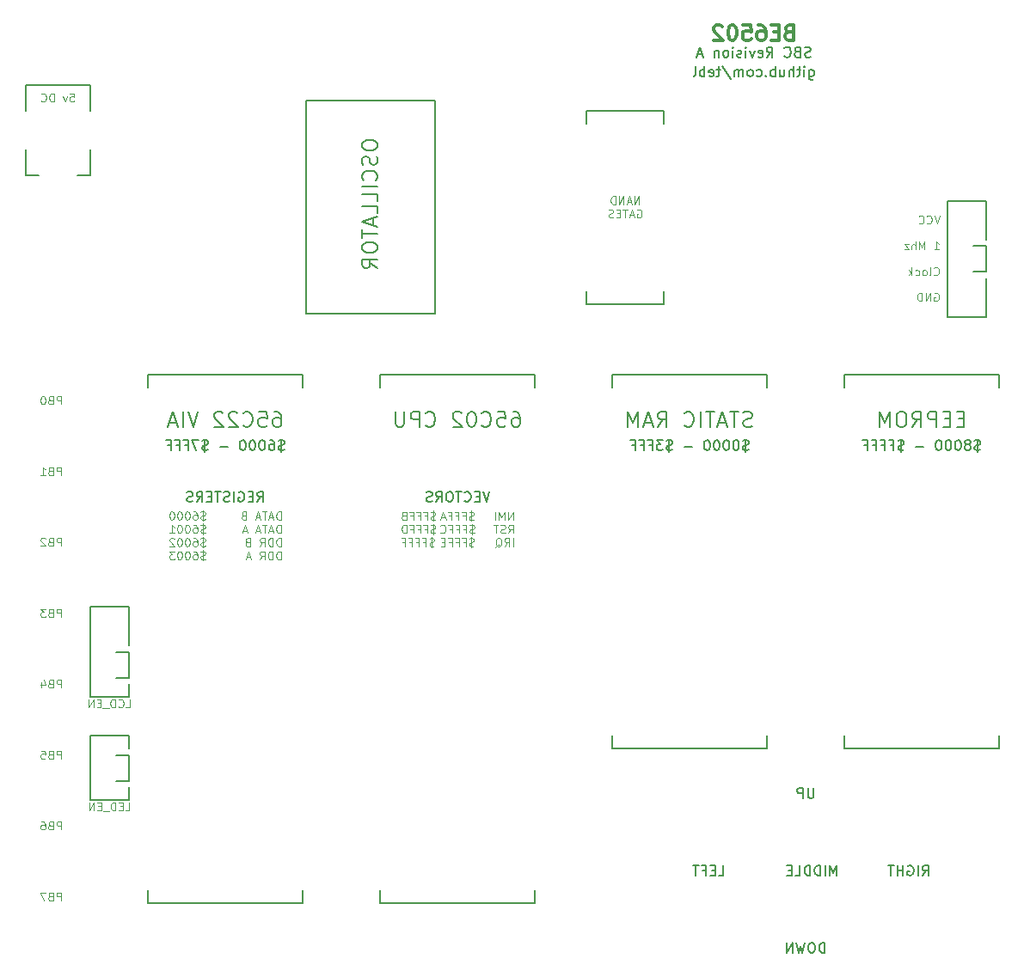
<source format=gbo>
G04 #@! TF.GenerationSoftware,KiCad,Pcbnew,(5.1.5)-3*
G04 #@! TF.CreationDate,2020-02-15T17:47:17+01:00*
G04 #@! TF.ProjectId,BE6502 SBC,42453635-3032-4205-9342-432e6b696361,rev?*
G04 #@! TF.SameCoordinates,Original*
G04 #@! TF.FileFunction,Legend,Bot*
G04 #@! TF.FilePolarity,Positive*
%FSLAX46Y46*%
G04 Gerber Fmt 4.6, Leading zero omitted, Abs format (unit mm)*
G04 Created by KiCad (PCBNEW (5.1.5)-3) date 2020-02-15 17:47:17*
%MOMM*%
%LPD*%
G04 APERTURE LIST*
%ADD10C,0.100000*%
%ADD11C,0.200000*%
%ADD12C,0.150000*%
%ADD13C,0.300000*%
G04 APERTURE END LIST*
D10*
X106629047Y-56711904D02*
X107010000Y-56711904D01*
X107048095Y-57092857D01*
X107010000Y-57054761D01*
X106933809Y-57016666D01*
X106743333Y-57016666D01*
X106667142Y-57054761D01*
X106629047Y-57092857D01*
X106590952Y-57169047D01*
X106590952Y-57359523D01*
X106629047Y-57435714D01*
X106667142Y-57473809D01*
X106743333Y-57511904D01*
X106933809Y-57511904D01*
X107010000Y-57473809D01*
X107048095Y-57435714D01*
X106324285Y-56978571D02*
X106133809Y-57511904D01*
X105943333Y-56978571D01*
X105029047Y-57511904D02*
X105029047Y-56711904D01*
X104838571Y-56711904D01*
X104724285Y-56750000D01*
X104648095Y-56826190D01*
X104610000Y-56902380D01*
X104571904Y-57054761D01*
X104571904Y-57169047D01*
X104610000Y-57321428D01*
X104648095Y-57397619D01*
X104724285Y-57473809D01*
X104838571Y-57511904D01*
X105029047Y-57511904D01*
X103771904Y-57435714D02*
X103810000Y-57473809D01*
X103924285Y-57511904D01*
X104000476Y-57511904D01*
X104114761Y-57473809D01*
X104190952Y-57397619D01*
X104229047Y-57321428D01*
X104267142Y-57169047D01*
X104267142Y-57054761D01*
X104229047Y-56902380D01*
X104190952Y-56826190D01*
X104114761Y-56750000D01*
X104000476Y-56711904D01*
X103924285Y-56711904D01*
X103810000Y-56750000D01*
X103771904Y-56788095D01*
D11*
X108585000Y-55880000D02*
X108585000Y-58420000D01*
X102235000Y-55880000D02*
X108585000Y-55880000D01*
X102235000Y-58420000D02*
X102235000Y-55880000D01*
X102235000Y-64770000D02*
X102235000Y-62230000D01*
X103505000Y-64770000D02*
X102235000Y-64770000D01*
X108585000Y-64770000D02*
X108585000Y-62230000D01*
X107315000Y-64770000D02*
X108585000Y-64770000D01*
D12*
X125086666Y-96972380D02*
X125420000Y-96496190D01*
X125658095Y-96972380D02*
X125658095Y-95972380D01*
X125277142Y-95972380D01*
X125181904Y-96020000D01*
X125134285Y-96067619D01*
X125086666Y-96162857D01*
X125086666Y-96305714D01*
X125134285Y-96400952D01*
X125181904Y-96448571D01*
X125277142Y-96496190D01*
X125658095Y-96496190D01*
X124658095Y-96448571D02*
X124324761Y-96448571D01*
X124181904Y-96972380D02*
X124658095Y-96972380D01*
X124658095Y-95972380D01*
X124181904Y-95972380D01*
X123229523Y-96020000D02*
X123324761Y-95972380D01*
X123467619Y-95972380D01*
X123610476Y-96020000D01*
X123705714Y-96115238D01*
X123753333Y-96210476D01*
X123800952Y-96400952D01*
X123800952Y-96543809D01*
X123753333Y-96734285D01*
X123705714Y-96829523D01*
X123610476Y-96924761D01*
X123467619Y-96972380D01*
X123372380Y-96972380D01*
X123229523Y-96924761D01*
X123181904Y-96877142D01*
X123181904Y-96543809D01*
X123372380Y-96543809D01*
X122753333Y-96972380D02*
X122753333Y-95972380D01*
X122324761Y-96924761D02*
X122181904Y-96972380D01*
X121943809Y-96972380D01*
X121848571Y-96924761D01*
X121800952Y-96877142D01*
X121753333Y-96781904D01*
X121753333Y-96686666D01*
X121800952Y-96591428D01*
X121848571Y-96543809D01*
X121943809Y-96496190D01*
X122134285Y-96448571D01*
X122229523Y-96400952D01*
X122277142Y-96353333D01*
X122324761Y-96258095D01*
X122324761Y-96162857D01*
X122277142Y-96067619D01*
X122229523Y-96020000D01*
X122134285Y-95972380D01*
X121896190Y-95972380D01*
X121753333Y-96020000D01*
X121467619Y-95972380D02*
X120896190Y-95972380D01*
X121181904Y-96972380D02*
X121181904Y-95972380D01*
X120562857Y-96448571D02*
X120229523Y-96448571D01*
X120086666Y-96972380D02*
X120562857Y-96972380D01*
X120562857Y-95972380D01*
X120086666Y-95972380D01*
X119086666Y-96972380D02*
X119420000Y-96496190D01*
X119658095Y-96972380D02*
X119658095Y-95972380D01*
X119277142Y-95972380D01*
X119181904Y-96020000D01*
X119134285Y-96067619D01*
X119086666Y-96162857D01*
X119086666Y-96305714D01*
X119134285Y-96400952D01*
X119181904Y-96448571D01*
X119277142Y-96496190D01*
X119658095Y-96496190D01*
X118705714Y-96924761D02*
X118562857Y-96972380D01*
X118324761Y-96972380D01*
X118229523Y-96924761D01*
X118181904Y-96877142D01*
X118134285Y-96781904D01*
X118134285Y-96686666D01*
X118181904Y-96591428D01*
X118229523Y-96543809D01*
X118324761Y-96496190D01*
X118515238Y-96448571D01*
X118610476Y-96400952D01*
X118658095Y-96353333D01*
X118705714Y-96258095D01*
X118705714Y-96162857D01*
X118658095Y-96067619D01*
X118610476Y-96020000D01*
X118515238Y-95972380D01*
X118277142Y-95972380D01*
X118134285Y-96020000D01*
D10*
X150239523Y-98756904D02*
X150239523Y-97956904D01*
X149782380Y-98756904D01*
X149782380Y-97956904D01*
X149401428Y-98756904D02*
X149401428Y-97956904D01*
X149134761Y-98528333D01*
X148868095Y-97956904D01*
X148868095Y-98756904D01*
X148487142Y-98756904D02*
X148487142Y-97956904D01*
X149782380Y-100056904D02*
X150049047Y-99675952D01*
X150239523Y-100056904D02*
X150239523Y-99256904D01*
X149934761Y-99256904D01*
X149858571Y-99295000D01*
X149820476Y-99333095D01*
X149782380Y-99409285D01*
X149782380Y-99523571D01*
X149820476Y-99599761D01*
X149858571Y-99637857D01*
X149934761Y-99675952D01*
X150239523Y-99675952D01*
X149477619Y-100018809D02*
X149363333Y-100056904D01*
X149172857Y-100056904D01*
X149096666Y-100018809D01*
X149058571Y-99980714D01*
X149020476Y-99904523D01*
X149020476Y-99828333D01*
X149058571Y-99752142D01*
X149096666Y-99714047D01*
X149172857Y-99675952D01*
X149325238Y-99637857D01*
X149401428Y-99599761D01*
X149439523Y-99561666D01*
X149477619Y-99485476D01*
X149477619Y-99409285D01*
X149439523Y-99333095D01*
X149401428Y-99295000D01*
X149325238Y-99256904D01*
X149134761Y-99256904D01*
X149020476Y-99295000D01*
X148791904Y-99256904D02*
X148334761Y-99256904D01*
X148563333Y-100056904D02*
X148563333Y-99256904D01*
X150239523Y-101356904D02*
X150239523Y-100556904D01*
X149401428Y-101356904D02*
X149668095Y-100975952D01*
X149858571Y-101356904D02*
X149858571Y-100556904D01*
X149553809Y-100556904D01*
X149477619Y-100595000D01*
X149439523Y-100633095D01*
X149401428Y-100709285D01*
X149401428Y-100823571D01*
X149439523Y-100899761D01*
X149477619Y-100937857D01*
X149553809Y-100975952D01*
X149858571Y-100975952D01*
X148525238Y-101433095D02*
X148601428Y-101395000D01*
X148677619Y-101318809D01*
X148791904Y-101204523D01*
X148868095Y-101166428D01*
X148944285Y-101166428D01*
X148906190Y-101356904D02*
X148982380Y-101318809D01*
X149058571Y-101242619D01*
X149096666Y-101090238D01*
X149096666Y-100823571D01*
X149058571Y-100671190D01*
X148982380Y-100595000D01*
X148906190Y-100556904D01*
X148753809Y-100556904D01*
X148677619Y-100595000D01*
X148601428Y-100671190D01*
X148563333Y-100823571D01*
X148563333Y-101090238D01*
X148601428Y-101242619D01*
X148677619Y-101318809D01*
X148753809Y-101356904D01*
X148906190Y-101356904D01*
D12*
X147946666Y-95972380D02*
X147613333Y-96972380D01*
X147280000Y-95972380D01*
X146946666Y-96448571D02*
X146613333Y-96448571D01*
X146470476Y-96972380D02*
X146946666Y-96972380D01*
X146946666Y-95972380D01*
X146470476Y-95972380D01*
X145470476Y-96877142D02*
X145518095Y-96924761D01*
X145660952Y-96972380D01*
X145756190Y-96972380D01*
X145899047Y-96924761D01*
X145994285Y-96829523D01*
X146041904Y-96734285D01*
X146089523Y-96543809D01*
X146089523Y-96400952D01*
X146041904Y-96210476D01*
X145994285Y-96115238D01*
X145899047Y-96020000D01*
X145756190Y-95972380D01*
X145660952Y-95972380D01*
X145518095Y-96020000D01*
X145470476Y-96067619D01*
X145184761Y-95972380D02*
X144613333Y-95972380D01*
X144899047Y-96972380D02*
X144899047Y-95972380D01*
X144089523Y-95972380D02*
X143899047Y-95972380D01*
X143803809Y-96020000D01*
X143708571Y-96115238D01*
X143660952Y-96305714D01*
X143660952Y-96639047D01*
X143708571Y-96829523D01*
X143803809Y-96924761D01*
X143899047Y-96972380D01*
X144089523Y-96972380D01*
X144184761Y-96924761D01*
X144280000Y-96829523D01*
X144327619Y-96639047D01*
X144327619Y-96305714D01*
X144280000Y-96115238D01*
X144184761Y-96020000D01*
X144089523Y-95972380D01*
X142660952Y-96972380D02*
X142994285Y-96496190D01*
X143232380Y-96972380D02*
X143232380Y-95972380D01*
X142851428Y-95972380D01*
X142756190Y-96020000D01*
X142708571Y-96067619D01*
X142660952Y-96162857D01*
X142660952Y-96305714D01*
X142708571Y-96400952D01*
X142756190Y-96448571D01*
X142851428Y-96496190D01*
X143232380Y-96496190D01*
X142280000Y-96924761D02*
X142137142Y-96972380D01*
X141899047Y-96972380D01*
X141803809Y-96924761D01*
X141756190Y-96877142D01*
X141708571Y-96781904D01*
X141708571Y-96686666D01*
X141756190Y-96591428D01*
X141803809Y-96543809D01*
X141899047Y-96496190D01*
X142089523Y-96448571D01*
X142184761Y-96400952D01*
X142232380Y-96353333D01*
X142280000Y-96258095D01*
X142280000Y-96162857D01*
X142232380Y-96067619D01*
X142184761Y-96020000D01*
X142089523Y-95972380D01*
X141851428Y-95972380D01*
X141708571Y-96020000D01*
D10*
X142596666Y-98718809D02*
X142482380Y-98756904D01*
X142291904Y-98756904D01*
X142215714Y-98718809D01*
X142177619Y-98680714D01*
X142139523Y-98604523D01*
X142139523Y-98528333D01*
X142177619Y-98452142D01*
X142215714Y-98414047D01*
X142291904Y-98375952D01*
X142444285Y-98337857D01*
X142520476Y-98299761D01*
X142558571Y-98261666D01*
X142596666Y-98185476D01*
X142596666Y-98109285D01*
X142558571Y-98033095D01*
X142520476Y-97995000D01*
X142444285Y-97956904D01*
X142253809Y-97956904D01*
X142139523Y-97995000D01*
X142368095Y-97842619D02*
X142368095Y-98871190D01*
X141530000Y-98337857D02*
X141796666Y-98337857D01*
X141796666Y-98756904D02*
X141796666Y-97956904D01*
X141415714Y-97956904D01*
X140844285Y-98337857D02*
X141110952Y-98337857D01*
X141110952Y-98756904D02*
X141110952Y-97956904D01*
X140730000Y-97956904D01*
X140158571Y-98337857D02*
X140425238Y-98337857D01*
X140425238Y-98756904D02*
X140425238Y-97956904D01*
X140044285Y-97956904D01*
X139472857Y-98337857D02*
X139358571Y-98375952D01*
X139320476Y-98414047D01*
X139282380Y-98490238D01*
X139282380Y-98604523D01*
X139320476Y-98680714D01*
X139358571Y-98718809D01*
X139434761Y-98756904D01*
X139739523Y-98756904D01*
X139739523Y-97956904D01*
X139472857Y-97956904D01*
X139396666Y-97995000D01*
X139358571Y-98033095D01*
X139320476Y-98109285D01*
X139320476Y-98185476D01*
X139358571Y-98261666D01*
X139396666Y-98299761D01*
X139472857Y-98337857D01*
X139739523Y-98337857D01*
X142596666Y-100018809D02*
X142482380Y-100056904D01*
X142291904Y-100056904D01*
X142215714Y-100018809D01*
X142177619Y-99980714D01*
X142139523Y-99904523D01*
X142139523Y-99828333D01*
X142177619Y-99752142D01*
X142215714Y-99714047D01*
X142291904Y-99675952D01*
X142444285Y-99637857D01*
X142520476Y-99599761D01*
X142558571Y-99561666D01*
X142596666Y-99485476D01*
X142596666Y-99409285D01*
X142558571Y-99333095D01*
X142520476Y-99295000D01*
X142444285Y-99256904D01*
X142253809Y-99256904D01*
X142139523Y-99295000D01*
X142368095Y-99142619D02*
X142368095Y-100171190D01*
X141530000Y-99637857D02*
X141796666Y-99637857D01*
X141796666Y-100056904D02*
X141796666Y-99256904D01*
X141415714Y-99256904D01*
X140844285Y-99637857D02*
X141110952Y-99637857D01*
X141110952Y-100056904D02*
X141110952Y-99256904D01*
X140730000Y-99256904D01*
X140158571Y-99637857D02*
X140425238Y-99637857D01*
X140425238Y-100056904D02*
X140425238Y-99256904D01*
X140044285Y-99256904D01*
X139739523Y-100056904D02*
X139739523Y-99256904D01*
X139549047Y-99256904D01*
X139434761Y-99295000D01*
X139358571Y-99371190D01*
X139320476Y-99447380D01*
X139282380Y-99599761D01*
X139282380Y-99714047D01*
X139320476Y-99866428D01*
X139358571Y-99942619D01*
X139434761Y-100018809D01*
X139549047Y-100056904D01*
X139739523Y-100056904D01*
X142482380Y-101318809D02*
X142368095Y-101356904D01*
X142177619Y-101356904D01*
X142101428Y-101318809D01*
X142063333Y-101280714D01*
X142025238Y-101204523D01*
X142025238Y-101128333D01*
X142063333Y-101052142D01*
X142101428Y-101014047D01*
X142177619Y-100975952D01*
X142330000Y-100937857D01*
X142406190Y-100899761D01*
X142444285Y-100861666D01*
X142482380Y-100785476D01*
X142482380Y-100709285D01*
X142444285Y-100633095D01*
X142406190Y-100595000D01*
X142330000Y-100556904D01*
X142139523Y-100556904D01*
X142025238Y-100595000D01*
X142253809Y-100442619D02*
X142253809Y-101471190D01*
X141415714Y-100937857D02*
X141682380Y-100937857D01*
X141682380Y-101356904D02*
X141682380Y-100556904D01*
X141301428Y-100556904D01*
X140730000Y-100937857D02*
X140996666Y-100937857D01*
X140996666Y-101356904D02*
X140996666Y-100556904D01*
X140615714Y-100556904D01*
X140044285Y-100937857D02*
X140310952Y-100937857D01*
X140310952Y-101356904D02*
X140310952Y-100556904D01*
X139930000Y-100556904D01*
X139358571Y-100937857D02*
X139625238Y-100937857D01*
X139625238Y-101356904D02*
X139625238Y-100556904D01*
X139244285Y-100556904D01*
X146380000Y-98718809D02*
X146265714Y-98756904D01*
X146075238Y-98756904D01*
X145999047Y-98718809D01*
X145960952Y-98680714D01*
X145922857Y-98604523D01*
X145922857Y-98528333D01*
X145960952Y-98452142D01*
X145999047Y-98414047D01*
X146075238Y-98375952D01*
X146227619Y-98337857D01*
X146303809Y-98299761D01*
X146341904Y-98261666D01*
X146380000Y-98185476D01*
X146380000Y-98109285D01*
X146341904Y-98033095D01*
X146303809Y-97995000D01*
X146227619Y-97956904D01*
X146037142Y-97956904D01*
X145922857Y-97995000D01*
X146151428Y-97842619D02*
X146151428Y-98871190D01*
X145313333Y-98337857D02*
X145580000Y-98337857D01*
X145580000Y-98756904D02*
X145580000Y-97956904D01*
X145199047Y-97956904D01*
X144627619Y-98337857D02*
X144894285Y-98337857D01*
X144894285Y-98756904D02*
X144894285Y-97956904D01*
X144513333Y-97956904D01*
X143941904Y-98337857D02*
X144208571Y-98337857D01*
X144208571Y-98756904D02*
X144208571Y-97956904D01*
X143827619Y-97956904D01*
X143560952Y-98528333D02*
X143180000Y-98528333D01*
X143637142Y-98756904D02*
X143370476Y-97956904D01*
X143103809Y-98756904D01*
X146437142Y-100018809D02*
X146322857Y-100056904D01*
X146132380Y-100056904D01*
X146056190Y-100018809D01*
X146018095Y-99980714D01*
X145980000Y-99904523D01*
X145980000Y-99828333D01*
X146018095Y-99752142D01*
X146056190Y-99714047D01*
X146132380Y-99675952D01*
X146284761Y-99637857D01*
X146360952Y-99599761D01*
X146399047Y-99561666D01*
X146437142Y-99485476D01*
X146437142Y-99409285D01*
X146399047Y-99333095D01*
X146360952Y-99295000D01*
X146284761Y-99256904D01*
X146094285Y-99256904D01*
X145980000Y-99295000D01*
X146208571Y-99142619D02*
X146208571Y-100171190D01*
X145370476Y-99637857D02*
X145637142Y-99637857D01*
X145637142Y-100056904D02*
X145637142Y-99256904D01*
X145256190Y-99256904D01*
X144684761Y-99637857D02*
X144951428Y-99637857D01*
X144951428Y-100056904D02*
X144951428Y-99256904D01*
X144570476Y-99256904D01*
X143999047Y-99637857D02*
X144265714Y-99637857D01*
X144265714Y-100056904D02*
X144265714Y-99256904D01*
X143884761Y-99256904D01*
X143122857Y-99980714D02*
X143160952Y-100018809D01*
X143275238Y-100056904D01*
X143351428Y-100056904D01*
X143465714Y-100018809D01*
X143541904Y-99942619D01*
X143580000Y-99866428D01*
X143618095Y-99714047D01*
X143618095Y-99599761D01*
X143580000Y-99447380D01*
X143541904Y-99371190D01*
X143465714Y-99295000D01*
X143351428Y-99256904D01*
X143275238Y-99256904D01*
X143160952Y-99295000D01*
X143122857Y-99333095D01*
X146399047Y-101318809D02*
X146284761Y-101356904D01*
X146094285Y-101356904D01*
X146018095Y-101318809D01*
X145980000Y-101280714D01*
X145941904Y-101204523D01*
X145941904Y-101128333D01*
X145980000Y-101052142D01*
X146018095Y-101014047D01*
X146094285Y-100975952D01*
X146246666Y-100937857D01*
X146322857Y-100899761D01*
X146360952Y-100861666D01*
X146399047Y-100785476D01*
X146399047Y-100709285D01*
X146360952Y-100633095D01*
X146322857Y-100595000D01*
X146246666Y-100556904D01*
X146056190Y-100556904D01*
X145941904Y-100595000D01*
X146170476Y-100442619D02*
X146170476Y-101471190D01*
X145332380Y-100937857D02*
X145599047Y-100937857D01*
X145599047Y-101356904D02*
X145599047Y-100556904D01*
X145218095Y-100556904D01*
X144646666Y-100937857D02*
X144913333Y-100937857D01*
X144913333Y-101356904D02*
X144913333Y-100556904D01*
X144532380Y-100556904D01*
X143960952Y-100937857D02*
X144227619Y-100937857D01*
X144227619Y-101356904D02*
X144227619Y-100556904D01*
X143846666Y-100556904D01*
X143541904Y-100937857D02*
X143275238Y-100937857D01*
X143160952Y-101356904D02*
X143541904Y-101356904D01*
X143541904Y-100556904D01*
X143160952Y-100556904D01*
X127379523Y-98741904D02*
X127379523Y-97941904D01*
X127189047Y-97941904D01*
X127074761Y-97980000D01*
X126998571Y-98056190D01*
X126960476Y-98132380D01*
X126922380Y-98284761D01*
X126922380Y-98399047D01*
X126960476Y-98551428D01*
X126998571Y-98627619D01*
X127074761Y-98703809D01*
X127189047Y-98741904D01*
X127379523Y-98741904D01*
X126617619Y-98513333D02*
X126236666Y-98513333D01*
X126693809Y-98741904D02*
X126427142Y-97941904D01*
X126160476Y-98741904D01*
X126008095Y-97941904D02*
X125550952Y-97941904D01*
X125779523Y-98741904D02*
X125779523Y-97941904D01*
X125322380Y-98513333D02*
X124941428Y-98513333D01*
X125398571Y-98741904D02*
X125131904Y-97941904D01*
X124865238Y-98741904D01*
X123722380Y-98322857D02*
X123608095Y-98360952D01*
X123570000Y-98399047D01*
X123531904Y-98475238D01*
X123531904Y-98589523D01*
X123570000Y-98665714D01*
X123608095Y-98703809D01*
X123684285Y-98741904D01*
X123989047Y-98741904D01*
X123989047Y-97941904D01*
X123722380Y-97941904D01*
X123646190Y-97980000D01*
X123608095Y-98018095D01*
X123570000Y-98094285D01*
X123570000Y-98170476D01*
X123608095Y-98246666D01*
X123646190Y-98284761D01*
X123722380Y-98322857D01*
X123989047Y-98322857D01*
X127379523Y-100041904D02*
X127379523Y-99241904D01*
X127189047Y-99241904D01*
X127074761Y-99280000D01*
X126998571Y-99356190D01*
X126960476Y-99432380D01*
X126922380Y-99584761D01*
X126922380Y-99699047D01*
X126960476Y-99851428D01*
X126998571Y-99927619D01*
X127074761Y-100003809D01*
X127189047Y-100041904D01*
X127379523Y-100041904D01*
X126617619Y-99813333D02*
X126236666Y-99813333D01*
X126693809Y-100041904D02*
X126427142Y-99241904D01*
X126160476Y-100041904D01*
X126008095Y-99241904D02*
X125550952Y-99241904D01*
X125779523Y-100041904D02*
X125779523Y-99241904D01*
X125322380Y-99813333D02*
X124941428Y-99813333D01*
X125398571Y-100041904D02*
X125131904Y-99241904D01*
X124865238Y-100041904D01*
X124027142Y-99813333D02*
X123646190Y-99813333D01*
X124103333Y-100041904D02*
X123836666Y-99241904D01*
X123570000Y-100041904D01*
X127379523Y-101341904D02*
X127379523Y-100541904D01*
X127189047Y-100541904D01*
X127074761Y-100580000D01*
X126998571Y-100656190D01*
X126960476Y-100732380D01*
X126922380Y-100884761D01*
X126922380Y-100999047D01*
X126960476Y-101151428D01*
X126998571Y-101227619D01*
X127074761Y-101303809D01*
X127189047Y-101341904D01*
X127379523Y-101341904D01*
X126579523Y-101341904D02*
X126579523Y-100541904D01*
X126389047Y-100541904D01*
X126274761Y-100580000D01*
X126198571Y-100656190D01*
X126160476Y-100732380D01*
X126122380Y-100884761D01*
X126122380Y-100999047D01*
X126160476Y-101151428D01*
X126198571Y-101227619D01*
X126274761Y-101303809D01*
X126389047Y-101341904D01*
X126579523Y-101341904D01*
X125322380Y-101341904D02*
X125589047Y-100960952D01*
X125779523Y-101341904D02*
X125779523Y-100541904D01*
X125474761Y-100541904D01*
X125398571Y-100580000D01*
X125360476Y-100618095D01*
X125322380Y-100694285D01*
X125322380Y-100808571D01*
X125360476Y-100884761D01*
X125398571Y-100922857D01*
X125474761Y-100960952D01*
X125779523Y-100960952D01*
X124103333Y-100922857D02*
X123989047Y-100960952D01*
X123950952Y-100999047D01*
X123912857Y-101075238D01*
X123912857Y-101189523D01*
X123950952Y-101265714D01*
X123989047Y-101303809D01*
X124065238Y-101341904D01*
X124370000Y-101341904D01*
X124370000Y-100541904D01*
X124103333Y-100541904D01*
X124027142Y-100580000D01*
X123989047Y-100618095D01*
X123950952Y-100694285D01*
X123950952Y-100770476D01*
X123989047Y-100846666D01*
X124027142Y-100884761D01*
X124103333Y-100922857D01*
X124370000Y-100922857D01*
X127379523Y-102641904D02*
X127379523Y-101841904D01*
X127189047Y-101841904D01*
X127074761Y-101880000D01*
X126998571Y-101956190D01*
X126960476Y-102032380D01*
X126922380Y-102184761D01*
X126922380Y-102299047D01*
X126960476Y-102451428D01*
X126998571Y-102527619D01*
X127074761Y-102603809D01*
X127189047Y-102641904D01*
X127379523Y-102641904D01*
X126579523Y-102641904D02*
X126579523Y-101841904D01*
X126389047Y-101841904D01*
X126274761Y-101880000D01*
X126198571Y-101956190D01*
X126160476Y-102032380D01*
X126122380Y-102184761D01*
X126122380Y-102299047D01*
X126160476Y-102451428D01*
X126198571Y-102527619D01*
X126274761Y-102603809D01*
X126389047Y-102641904D01*
X126579523Y-102641904D01*
X125322380Y-102641904D02*
X125589047Y-102260952D01*
X125779523Y-102641904D02*
X125779523Y-101841904D01*
X125474761Y-101841904D01*
X125398571Y-101880000D01*
X125360476Y-101918095D01*
X125322380Y-101994285D01*
X125322380Y-102108571D01*
X125360476Y-102184761D01*
X125398571Y-102222857D01*
X125474761Y-102260952D01*
X125779523Y-102260952D01*
X124408095Y-102413333D02*
X124027142Y-102413333D01*
X124484285Y-102641904D02*
X124217619Y-101841904D01*
X123950952Y-102641904D01*
X119927142Y-98703809D02*
X119812857Y-98741904D01*
X119622380Y-98741904D01*
X119546190Y-98703809D01*
X119508095Y-98665714D01*
X119470000Y-98589523D01*
X119470000Y-98513333D01*
X119508095Y-98437142D01*
X119546190Y-98399047D01*
X119622380Y-98360952D01*
X119774761Y-98322857D01*
X119850952Y-98284761D01*
X119889047Y-98246666D01*
X119927142Y-98170476D01*
X119927142Y-98094285D01*
X119889047Y-98018095D01*
X119850952Y-97980000D01*
X119774761Y-97941904D01*
X119584285Y-97941904D01*
X119470000Y-97980000D01*
X119698571Y-97827619D02*
X119698571Y-98856190D01*
X118784285Y-97941904D02*
X118936666Y-97941904D01*
X119012857Y-97980000D01*
X119050952Y-98018095D01*
X119127142Y-98132380D01*
X119165238Y-98284761D01*
X119165238Y-98589523D01*
X119127142Y-98665714D01*
X119089047Y-98703809D01*
X119012857Y-98741904D01*
X118860476Y-98741904D01*
X118784285Y-98703809D01*
X118746190Y-98665714D01*
X118708095Y-98589523D01*
X118708095Y-98399047D01*
X118746190Y-98322857D01*
X118784285Y-98284761D01*
X118860476Y-98246666D01*
X119012857Y-98246666D01*
X119089047Y-98284761D01*
X119127142Y-98322857D01*
X119165238Y-98399047D01*
X118212857Y-97941904D02*
X118136666Y-97941904D01*
X118060476Y-97980000D01*
X118022380Y-98018095D01*
X117984285Y-98094285D01*
X117946190Y-98246666D01*
X117946190Y-98437142D01*
X117984285Y-98589523D01*
X118022380Y-98665714D01*
X118060476Y-98703809D01*
X118136666Y-98741904D01*
X118212857Y-98741904D01*
X118289047Y-98703809D01*
X118327142Y-98665714D01*
X118365238Y-98589523D01*
X118403333Y-98437142D01*
X118403333Y-98246666D01*
X118365238Y-98094285D01*
X118327142Y-98018095D01*
X118289047Y-97980000D01*
X118212857Y-97941904D01*
X117450952Y-97941904D02*
X117374761Y-97941904D01*
X117298571Y-97980000D01*
X117260476Y-98018095D01*
X117222380Y-98094285D01*
X117184285Y-98246666D01*
X117184285Y-98437142D01*
X117222380Y-98589523D01*
X117260476Y-98665714D01*
X117298571Y-98703809D01*
X117374761Y-98741904D01*
X117450952Y-98741904D01*
X117527142Y-98703809D01*
X117565238Y-98665714D01*
X117603333Y-98589523D01*
X117641428Y-98437142D01*
X117641428Y-98246666D01*
X117603333Y-98094285D01*
X117565238Y-98018095D01*
X117527142Y-97980000D01*
X117450952Y-97941904D01*
X116689047Y-97941904D02*
X116612857Y-97941904D01*
X116536666Y-97980000D01*
X116498571Y-98018095D01*
X116460476Y-98094285D01*
X116422380Y-98246666D01*
X116422380Y-98437142D01*
X116460476Y-98589523D01*
X116498571Y-98665714D01*
X116536666Y-98703809D01*
X116612857Y-98741904D01*
X116689047Y-98741904D01*
X116765238Y-98703809D01*
X116803333Y-98665714D01*
X116841428Y-98589523D01*
X116879523Y-98437142D01*
X116879523Y-98246666D01*
X116841428Y-98094285D01*
X116803333Y-98018095D01*
X116765238Y-97980000D01*
X116689047Y-97941904D01*
X119927142Y-100003809D02*
X119812857Y-100041904D01*
X119622380Y-100041904D01*
X119546190Y-100003809D01*
X119508095Y-99965714D01*
X119470000Y-99889523D01*
X119470000Y-99813333D01*
X119508095Y-99737142D01*
X119546190Y-99699047D01*
X119622380Y-99660952D01*
X119774761Y-99622857D01*
X119850952Y-99584761D01*
X119889047Y-99546666D01*
X119927142Y-99470476D01*
X119927142Y-99394285D01*
X119889047Y-99318095D01*
X119850952Y-99280000D01*
X119774761Y-99241904D01*
X119584285Y-99241904D01*
X119470000Y-99280000D01*
X119698571Y-99127619D02*
X119698571Y-100156190D01*
X118784285Y-99241904D02*
X118936666Y-99241904D01*
X119012857Y-99280000D01*
X119050952Y-99318095D01*
X119127142Y-99432380D01*
X119165238Y-99584761D01*
X119165238Y-99889523D01*
X119127142Y-99965714D01*
X119089047Y-100003809D01*
X119012857Y-100041904D01*
X118860476Y-100041904D01*
X118784285Y-100003809D01*
X118746190Y-99965714D01*
X118708095Y-99889523D01*
X118708095Y-99699047D01*
X118746190Y-99622857D01*
X118784285Y-99584761D01*
X118860476Y-99546666D01*
X119012857Y-99546666D01*
X119089047Y-99584761D01*
X119127142Y-99622857D01*
X119165238Y-99699047D01*
X118212857Y-99241904D02*
X118136666Y-99241904D01*
X118060476Y-99280000D01*
X118022380Y-99318095D01*
X117984285Y-99394285D01*
X117946190Y-99546666D01*
X117946190Y-99737142D01*
X117984285Y-99889523D01*
X118022380Y-99965714D01*
X118060476Y-100003809D01*
X118136666Y-100041904D01*
X118212857Y-100041904D01*
X118289047Y-100003809D01*
X118327142Y-99965714D01*
X118365238Y-99889523D01*
X118403333Y-99737142D01*
X118403333Y-99546666D01*
X118365238Y-99394285D01*
X118327142Y-99318095D01*
X118289047Y-99280000D01*
X118212857Y-99241904D01*
X117450952Y-99241904D02*
X117374761Y-99241904D01*
X117298571Y-99280000D01*
X117260476Y-99318095D01*
X117222380Y-99394285D01*
X117184285Y-99546666D01*
X117184285Y-99737142D01*
X117222380Y-99889523D01*
X117260476Y-99965714D01*
X117298571Y-100003809D01*
X117374761Y-100041904D01*
X117450952Y-100041904D01*
X117527142Y-100003809D01*
X117565238Y-99965714D01*
X117603333Y-99889523D01*
X117641428Y-99737142D01*
X117641428Y-99546666D01*
X117603333Y-99394285D01*
X117565238Y-99318095D01*
X117527142Y-99280000D01*
X117450952Y-99241904D01*
X116422380Y-100041904D02*
X116879523Y-100041904D01*
X116650952Y-100041904D02*
X116650952Y-99241904D01*
X116727142Y-99356190D01*
X116803333Y-99432380D01*
X116879523Y-99470476D01*
X119927142Y-101303809D02*
X119812857Y-101341904D01*
X119622380Y-101341904D01*
X119546190Y-101303809D01*
X119508095Y-101265714D01*
X119470000Y-101189523D01*
X119470000Y-101113333D01*
X119508095Y-101037142D01*
X119546190Y-100999047D01*
X119622380Y-100960952D01*
X119774761Y-100922857D01*
X119850952Y-100884761D01*
X119889047Y-100846666D01*
X119927142Y-100770476D01*
X119927142Y-100694285D01*
X119889047Y-100618095D01*
X119850952Y-100580000D01*
X119774761Y-100541904D01*
X119584285Y-100541904D01*
X119470000Y-100580000D01*
X119698571Y-100427619D02*
X119698571Y-101456190D01*
X118784285Y-100541904D02*
X118936666Y-100541904D01*
X119012857Y-100580000D01*
X119050952Y-100618095D01*
X119127142Y-100732380D01*
X119165238Y-100884761D01*
X119165238Y-101189523D01*
X119127142Y-101265714D01*
X119089047Y-101303809D01*
X119012857Y-101341904D01*
X118860476Y-101341904D01*
X118784285Y-101303809D01*
X118746190Y-101265714D01*
X118708095Y-101189523D01*
X118708095Y-100999047D01*
X118746190Y-100922857D01*
X118784285Y-100884761D01*
X118860476Y-100846666D01*
X119012857Y-100846666D01*
X119089047Y-100884761D01*
X119127142Y-100922857D01*
X119165238Y-100999047D01*
X118212857Y-100541904D02*
X118136666Y-100541904D01*
X118060476Y-100580000D01*
X118022380Y-100618095D01*
X117984285Y-100694285D01*
X117946190Y-100846666D01*
X117946190Y-101037142D01*
X117984285Y-101189523D01*
X118022380Y-101265714D01*
X118060476Y-101303809D01*
X118136666Y-101341904D01*
X118212857Y-101341904D01*
X118289047Y-101303809D01*
X118327142Y-101265714D01*
X118365238Y-101189523D01*
X118403333Y-101037142D01*
X118403333Y-100846666D01*
X118365238Y-100694285D01*
X118327142Y-100618095D01*
X118289047Y-100580000D01*
X118212857Y-100541904D01*
X117450952Y-100541904D02*
X117374761Y-100541904D01*
X117298571Y-100580000D01*
X117260476Y-100618095D01*
X117222380Y-100694285D01*
X117184285Y-100846666D01*
X117184285Y-101037142D01*
X117222380Y-101189523D01*
X117260476Y-101265714D01*
X117298571Y-101303809D01*
X117374761Y-101341904D01*
X117450952Y-101341904D01*
X117527142Y-101303809D01*
X117565238Y-101265714D01*
X117603333Y-101189523D01*
X117641428Y-101037142D01*
X117641428Y-100846666D01*
X117603333Y-100694285D01*
X117565238Y-100618095D01*
X117527142Y-100580000D01*
X117450952Y-100541904D01*
X116879523Y-100618095D02*
X116841428Y-100580000D01*
X116765238Y-100541904D01*
X116574761Y-100541904D01*
X116498571Y-100580000D01*
X116460476Y-100618095D01*
X116422380Y-100694285D01*
X116422380Y-100770476D01*
X116460476Y-100884761D01*
X116917619Y-101341904D01*
X116422380Y-101341904D01*
X119927142Y-102603809D02*
X119812857Y-102641904D01*
X119622380Y-102641904D01*
X119546190Y-102603809D01*
X119508095Y-102565714D01*
X119470000Y-102489523D01*
X119470000Y-102413333D01*
X119508095Y-102337142D01*
X119546190Y-102299047D01*
X119622380Y-102260952D01*
X119774761Y-102222857D01*
X119850952Y-102184761D01*
X119889047Y-102146666D01*
X119927142Y-102070476D01*
X119927142Y-101994285D01*
X119889047Y-101918095D01*
X119850952Y-101880000D01*
X119774761Y-101841904D01*
X119584285Y-101841904D01*
X119470000Y-101880000D01*
X119698571Y-101727619D02*
X119698571Y-102756190D01*
X118784285Y-101841904D02*
X118936666Y-101841904D01*
X119012857Y-101880000D01*
X119050952Y-101918095D01*
X119127142Y-102032380D01*
X119165238Y-102184761D01*
X119165238Y-102489523D01*
X119127142Y-102565714D01*
X119089047Y-102603809D01*
X119012857Y-102641904D01*
X118860476Y-102641904D01*
X118784285Y-102603809D01*
X118746190Y-102565714D01*
X118708095Y-102489523D01*
X118708095Y-102299047D01*
X118746190Y-102222857D01*
X118784285Y-102184761D01*
X118860476Y-102146666D01*
X119012857Y-102146666D01*
X119089047Y-102184761D01*
X119127142Y-102222857D01*
X119165238Y-102299047D01*
X118212857Y-101841904D02*
X118136666Y-101841904D01*
X118060476Y-101880000D01*
X118022380Y-101918095D01*
X117984285Y-101994285D01*
X117946190Y-102146666D01*
X117946190Y-102337142D01*
X117984285Y-102489523D01*
X118022380Y-102565714D01*
X118060476Y-102603809D01*
X118136666Y-102641904D01*
X118212857Y-102641904D01*
X118289047Y-102603809D01*
X118327142Y-102565714D01*
X118365238Y-102489523D01*
X118403333Y-102337142D01*
X118403333Y-102146666D01*
X118365238Y-101994285D01*
X118327142Y-101918095D01*
X118289047Y-101880000D01*
X118212857Y-101841904D01*
X117450952Y-101841904D02*
X117374761Y-101841904D01*
X117298571Y-101880000D01*
X117260476Y-101918095D01*
X117222380Y-101994285D01*
X117184285Y-102146666D01*
X117184285Y-102337142D01*
X117222380Y-102489523D01*
X117260476Y-102565714D01*
X117298571Y-102603809D01*
X117374761Y-102641904D01*
X117450952Y-102641904D01*
X117527142Y-102603809D01*
X117565238Y-102565714D01*
X117603333Y-102489523D01*
X117641428Y-102337142D01*
X117641428Y-102146666D01*
X117603333Y-101994285D01*
X117565238Y-101918095D01*
X117527142Y-101880000D01*
X117450952Y-101841904D01*
X116917619Y-101841904D02*
X116422380Y-101841904D01*
X116689047Y-102146666D01*
X116574761Y-102146666D01*
X116498571Y-102184761D01*
X116460476Y-102222857D01*
X116422380Y-102299047D01*
X116422380Y-102489523D01*
X116460476Y-102565714D01*
X116498571Y-102603809D01*
X116574761Y-102641904D01*
X116803333Y-102641904D01*
X116879523Y-102603809D01*
X116917619Y-102565714D01*
X105765476Y-136251904D02*
X105765476Y-135451904D01*
X105460714Y-135451904D01*
X105384523Y-135490000D01*
X105346428Y-135528095D01*
X105308333Y-135604285D01*
X105308333Y-135718571D01*
X105346428Y-135794761D01*
X105384523Y-135832857D01*
X105460714Y-135870952D01*
X105765476Y-135870952D01*
X104698809Y-135832857D02*
X104584523Y-135870952D01*
X104546428Y-135909047D01*
X104508333Y-135985238D01*
X104508333Y-136099523D01*
X104546428Y-136175714D01*
X104584523Y-136213809D01*
X104660714Y-136251904D01*
X104965476Y-136251904D01*
X104965476Y-135451904D01*
X104698809Y-135451904D01*
X104622619Y-135490000D01*
X104584523Y-135528095D01*
X104546428Y-135604285D01*
X104546428Y-135680476D01*
X104584523Y-135756666D01*
X104622619Y-135794761D01*
X104698809Y-135832857D01*
X104965476Y-135832857D01*
X104241666Y-135451904D02*
X103708333Y-135451904D01*
X104051190Y-136251904D01*
X105765476Y-129266904D02*
X105765476Y-128466904D01*
X105460714Y-128466904D01*
X105384523Y-128505000D01*
X105346428Y-128543095D01*
X105308333Y-128619285D01*
X105308333Y-128733571D01*
X105346428Y-128809761D01*
X105384523Y-128847857D01*
X105460714Y-128885952D01*
X105765476Y-128885952D01*
X104698809Y-128847857D02*
X104584523Y-128885952D01*
X104546428Y-128924047D01*
X104508333Y-129000238D01*
X104508333Y-129114523D01*
X104546428Y-129190714D01*
X104584523Y-129228809D01*
X104660714Y-129266904D01*
X104965476Y-129266904D01*
X104965476Y-128466904D01*
X104698809Y-128466904D01*
X104622619Y-128505000D01*
X104584523Y-128543095D01*
X104546428Y-128619285D01*
X104546428Y-128695476D01*
X104584523Y-128771666D01*
X104622619Y-128809761D01*
X104698809Y-128847857D01*
X104965476Y-128847857D01*
X103822619Y-128466904D02*
X103975000Y-128466904D01*
X104051190Y-128505000D01*
X104089285Y-128543095D01*
X104165476Y-128657380D01*
X104203571Y-128809761D01*
X104203571Y-129114523D01*
X104165476Y-129190714D01*
X104127380Y-129228809D01*
X104051190Y-129266904D01*
X103898809Y-129266904D01*
X103822619Y-129228809D01*
X103784523Y-129190714D01*
X103746428Y-129114523D01*
X103746428Y-128924047D01*
X103784523Y-128847857D01*
X103822619Y-128809761D01*
X103898809Y-128771666D01*
X104051190Y-128771666D01*
X104127380Y-128809761D01*
X104165476Y-128847857D01*
X104203571Y-128924047D01*
X105765476Y-122281904D02*
X105765476Y-121481904D01*
X105460714Y-121481904D01*
X105384523Y-121520000D01*
X105346428Y-121558095D01*
X105308333Y-121634285D01*
X105308333Y-121748571D01*
X105346428Y-121824761D01*
X105384523Y-121862857D01*
X105460714Y-121900952D01*
X105765476Y-121900952D01*
X104698809Y-121862857D02*
X104584523Y-121900952D01*
X104546428Y-121939047D01*
X104508333Y-122015238D01*
X104508333Y-122129523D01*
X104546428Y-122205714D01*
X104584523Y-122243809D01*
X104660714Y-122281904D01*
X104965476Y-122281904D01*
X104965476Y-121481904D01*
X104698809Y-121481904D01*
X104622619Y-121520000D01*
X104584523Y-121558095D01*
X104546428Y-121634285D01*
X104546428Y-121710476D01*
X104584523Y-121786666D01*
X104622619Y-121824761D01*
X104698809Y-121862857D01*
X104965476Y-121862857D01*
X103784523Y-121481904D02*
X104165476Y-121481904D01*
X104203571Y-121862857D01*
X104165476Y-121824761D01*
X104089285Y-121786666D01*
X103898809Y-121786666D01*
X103822619Y-121824761D01*
X103784523Y-121862857D01*
X103746428Y-121939047D01*
X103746428Y-122129523D01*
X103784523Y-122205714D01*
X103822619Y-122243809D01*
X103898809Y-122281904D01*
X104089285Y-122281904D01*
X104165476Y-122243809D01*
X104203571Y-122205714D01*
X105765476Y-115296904D02*
X105765476Y-114496904D01*
X105460714Y-114496904D01*
X105384523Y-114535000D01*
X105346428Y-114573095D01*
X105308333Y-114649285D01*
X105308333Y-114763571D01*
X105346428Y-114839761D01*
X105384523Y-114877857D01*
X105460714Y-114915952D01*
X105765476Y-114915952D01*
X104698809Y-114877857D02*
X104584523Y-114915952D01*
X104546428Y-114954047D01*
X104508333Y-115030238D01*
X104508333Y-115144523D01*
X104546428Y-115220714D01*
X104584523Y-115258809D01*
X104660714Y-115296904D01*
X104965476Y-115296904D01*
X104965476Y-114496904D01*
X104698809Y-114496904D01*
X104622619Y-114535000D01*
X104584523Y-114573095D01*
X104546428Y-114649285D01*
X104546428Y-114725476D01*
X104584523Y-114801666D01*
X104622619Y-114839761D01*
X104698809Y-114877857D01*
X104965476Y-114877857D01*
X103822619Y-114763571D02*
X103822619Y-115296904D01*
X104013095Y-114458809D02*
X104203571Y-115030238D01*
X103708333Y-115030238D01*
X105765476Y-108311904D02*
X105765476Y-107511904D01*
X105460714Y-107511904D01*
X105384523Y-107550000D01*
X105346428Y-107588095D01*
X105308333Y-107664285D01*
X105308333Y-107778571D01*
X105346428Y-107854761D01*
X105384523Y-107892857D01*
X105460714Y-107930952D01*
X105765476Y-107930952D01*
X104698809Y-107892857D02*
X104584523Y-107930952D01*
X104546428Y-107969047D01*
X104508333Y-108045238D01*
X104508333Y-108159523D01*
X104546428Y-108235714D01*
X104584523Y-108273809D01*
X104660714Y-108311904D01*
X104965476Y-108311904D01*
X104965476Y-107511904D01*
X104698809Y-107511904D01*
X104622619Y-107550000D01*
X104584523Y-107588095D01*
X104546428Y-107664285D01*
X104546428Y-107740476D01*
X104584523Y-107816666D01*
X104622619Y-107854761D01*
X104698809Y-107892857D01*
X104965476Y-107892857D01*
X104241666Y-107511904D02*
X103746428Y-107511904D01*
X104013095Y-107816666D01*
X103898809Y-107816666D01*
X103822619Y-107854761D01*
X103784523Y-107892857D01*
X103746428Y-107969047D01*
X103746428Y-108159523D01*
X103784523Y-108235714D01*
X103822619Y-108273809D01*
X103898809Y-108311904D01*
X104127380Y-108311904D01*
X104203571Y-108273809D01*
X104241666Y-108235714D01*
X105765476Y-101326904D02*
X105765476Y-100526904D01*
X105460714Y-100526904D01*
X105384523Y-100565000D01*
X105346428Y-100603095D01*
X105308333Y-100679285D01*
X105308333Y-100793571D01*
X105346428Y-100869761D01*
X105384523Y-100907857D01*
X105460714Y-100945952D01*
X105765476Y-100945952D01*
X104698809Y-100907857D02*
X104584523Y-100945952D01*
X104546428Y-100984047D01*
X104508333Y-101060238D01*
X104508333Y-101174523D01*
X104546428Y-101250714D01*
X104584523Y-101288809D01*
X104660714Y-101326904D01*
X104965476Y-101326904D01*
X104965476Y-100526904D01*
X104698809Y-100526904D01*
X104622619Y-100565000D01*
X104584523Y-100603095D01*
X104546428Y-100679285D01*
X104546428Y-100755476D01*
X104584523Y-100831666D01*
X104622619Y-100869761D01*
X104698809Y-100907857D01*
X104965476Y-100907857D01*
X104203571Y-100603095D02*
X104165476Y-100565000D01*
X104089285Y-100526904D01*
X103898809Y-100526904D01*
X103822619Y-100565000D01*
X103784523Y-100603095D01*
X103746428Y-100679285D01*
X103746428Y-100755476D01*
X103784523Y-100869761D01*
X104241666Y-101326904D01*
X103746428Y-101326904D01*
X105765476Y-94341904D02*
X105765476Y-93541904D01*
X105460714Y-93541904D01*
X105384523Y-93580000D01*
X105346428Y-93618095D01*
X105308333Y-93694285D01*
X105308333Y-93808571D01*
X105346428Y-93884761D01*
X105384523Y-93922857D01*
X105460714Y-93960952D01*
X105765476Y-93960952D01*
X104698809Y-93922857D02*
X104584523Y-93960952D01*
X104546428Y-93999047D01*
X104508333Y-94075238D01*
X104508333Y-94189523D01*
X104546428Y-94265714D01*
X104584523Y-94303809D01*
X104660714Y-94341904D01*
X104965476Y-94341904D01*
X104965476Y-93541904D01*
X104698809Y-93541904D01*
X104622619Y-93580000D01*
X104584523Y-93618095D01*
X104546428Y-93694285D01*
X104546428Y-93770476D01*
X104584523Y-93846666D01*
X104622619Y-93884761D01*
X104698809Y-93922857D01*
X104965476Y-93922857D01*
X103746428Y-94341904D02*
X104203571Y-94341904D01*
X103975000Y-94341904D02*
X103975000Y-93541904D01*
X104051190Y-93656190D01*
X104127380Y-93732380D01*
X104203571Y-93770476D01*
X105765476Y-87356904D02*
X105765476Y-86556904D01*
X105460714Y-86556904D01*
X105384523Y-86595000D01*
X105346428Y-86633095D01*
X105308333Y-86709285D01*
X105308333Y-86823571D01*
X105346428Y-86899761D01*
X105384523Y-86937857D01*
X105460714Y-86975952D01*
X105765476Y-86975952D01*
X104698809Y-86937857D02*
X104584523Y-86975952D01*
X104546428Y-87014047D01*
X104508333Y-87090238D01*
X104508333Y-87204523D01*
X104546428Y-87280714D01*
X104584523Y-87318809D01*
X104660714Y-87356904D01*
X104965476Y-87356904D01*
X104965476Y-86556904D01*
X104698809Y-86556904D01*
X104622619Y-86595000D01*
X104584523Y-86633095D01*
X104546428Y-86709285D01*
X104546428Y-86785476D01*
X104584523Y-86861666D01*
X104622619Y-86899761D01*
X104698809Y-86937857D01*
X104965476Y-86937857D01*
X104013095Y-86556904D02*
X103936904Y-86556904D01*
X103860714Y-86595000D01*
X103822619Y-86633095D01*
X103784523Y-86709285D01*
X103746428Y-86861666D01*
X103746428Y-87052142D01*
X103784523Y-87204523D01*
X103822619Y-87280714D01*
X103860714Y-87318809D01*
X103936904Y-87356904D01*
X104013095Y-87356904D01*
X104089285Y-87318809D01*
X104127380Y-87280714D01*
X104165476Y-87204523D01*
X104203571Y-87052142D01*
X104203571Y-86861666D01*
X104165476Y-86709285D01*
X104127380Y-86633095D01*
X104089285Y-86595000D01*
X104013095Y-86556904D01*
X112090000Y-127361904D02*
X112470952Y-127361904D01*
X112470952Y-126561904D01*
X111823333Y-126942857D02*
X111556666Y-126942857D01*
X111442380Y-127361904D02*
X111823333Y-127361904D01*
X111823333Y-126561904D01*
X111442380Y-126561904D01*
X111099523Y-127361904D02*
X111099523Y-126561904D01*
X110909047Y-126561904D01*
X110794761Y-126600000D01*
X110718571Y-126676190D01*
X110680476Y-126752380D01*
X110642380Y-126904761D01*
X110642380Y-127019047D01*
X110680476Y-127171428D01*
X110718571Y-127247619D01*
X110794761Y-127323809D01*
X110909047Y-127361904D01*
X111099523Y-127361904D01*
X110490000Y-127438095D02*
X109880476Y-127438095D01*
X109690000Y-126942857D02*
X109423333Y-126942857D01*
X109309047Y-127361904D02*
X109690000Y-127361904D01*
X109690000Y-126561904D01*
X109309047Y-126561904D01*
X108966190Y-127361904D02*
X108966190Y-126561904D01*
X108509047Y-127361904D01*
X108509047Y-126561904D01*
X112128095Y-117201904D02*
X112509047Y-117201904D01*
X112509047Y-116401904D01*
X111404285Y-117125714D02*
X111442380Y-117163809D01*
X111556666Y-117201904D01*
X111632857Y-117201904D01*
X111747142Y-117163809D01*
X111823333Y-117087619D01*
X111861428Y-117011428D01*
X111899523Y-116859047D01*
X111899523Y-116744761D01*
X111861428Y-116592380D01*
X111823333Y-116516190D01*
X111747142Y-116440000D01*
X111632857Y-116401904D01*
X111556666Y-116401904D01*
X111442380Y-116440000D01*
X111404285Y-116478095D01*
X111061428Y-117201904D02*
X111061428Y-116401904D01*
X110870952Y-116401904D01*
X110756666Y-116440000D01*
X110680476Y-116516190D01*
X110642380Y-116592380D01*
X110604285Y-116744761D01*
X110604285Y-116859047D01*
X110642380Y-117011428D01*
X110680476Y-117087619D01*
X110756666Y-117163809D01*
X110870952Y-117201904D01*
X111061428Y-117201904D01*
X110451904Y-117278095D02*
X109842380Y-117278095D01*
X109651904Y-116782857D02*
X109385238Y-116782857D01*
X109270952Y-117201904D02*
X109651904Y-117201904D01*
X109651904Y-116401904D01*
X109270952Y-116401904D01*
X108928095Y-117201904D02*
X108928095Y-116401904D01*
X108470952Y-117201904D01*
X108470952Y-116401904D01*
X191730476Y-72116904D02*
X192187619Y-72116904D01*
X191959047Y-72116904D02*
X191959047Y-71316904D01*
X192035238Y-71431190D01*
X192111428Y-71507380D01*
X192187619Y-71545476D01*
X190778095Y-72116904D02*
X190778095Y-71316904D01*
X190511428Y-71888333D01*
X190244761Y-71316904D01*
X190244761Y-72116904D01*
X189863809Y-72116904D02*
X189863809Y-71316904D01*
X189520952Y-72116904D02*
X189520952Y-71697857D01*
X189559047Y-71621666D01*
X189635238Y-71583571D01*
X189749523Y-71583571D01*
X189825714Y-71621666D01*
X189863809Y-71659761D01*
X189216190Y-71583571D02*
X188797142Y-71583571D01*
X189216190Y-72116904D01*
X188797142Y-72116904D01*
X191692380Y-74580714D02*
X191730476Y-74618809D01*
X191844761Y-74656904D01*
X191920952Y-74656904D01*
X192035238Y-74618809D01*
X192111428Y-74542619D01*
X192149523Y-74466428D01*
X192187619Y-74314047D01*
X192187619Y-74199761D01*
X192149523Y-74047380D01*
X192111428Y-73971190D01*
X192035238Y-73895000D01*
X191920952Y-73856904D01*
X191844761Y-73856904D01*
X191730476Y-73895000D01*
X191692380Y-73933095D01*
X191235238Y-74656904D02*
X191311428Y-74618809D01*
X191349523Y-74542619D01*
X191349523Y-73856904D01*
X190816190Y-74656904D02*
X190892380Y-74618809D01*
X190930476Y-74580714D01*
X190968571Y-74504523D01*
X190968571Y-74275952D01*
X190930476Y-74199761D01*
X190892380Y-74161666D01*
X190816190Y-74123571D01*
X190701904Y-74123571D01*
X190625714Y-74161666D01*
X190587619Y-74199761D01*
X190549523Y-74275952D01*
X190549523Y-74504523D01*
X190587619Y-74580714D01*
X190625714Y-74618809D01*
X190701904Y-74656904D01*
X190816190Y-74656904D01*
X189863809Y-74618809D02*
X189940000Y-74656904D01*
X190092380Y-74656904D01*
X190168571Y-74618809D01*
X190206666Y-74580714D01*
X190244761Y-74504523D01*
X190244761Y-74275952D01*
X190206666Y-74199761D01*
X190168571Y-74161666D01*
X190092380Y-74123571D01*
X189940000Y-74123571D01*
X189863809Y-74161666D01*
X189520952Y-74656904D02*
X189520952Y-73856904D01*
X189444761Y-74352142D02*
X189216190Y-74656904D01*
X189216190Y-74123571D02*
X189520952Y-74428333D01*
X191730476Y-76435000D02*
X191806666Y-76396904D01*
X191920952Y-76396904D01*
X192035238Y-76435000D01*
X192111428Y-76511190D01*
X192149523Y-76587380D01*
X192187619Y-76739761D01*
X192187619Y-76854047D01*
X192149523Y-77006428D01*
X192111428Y-77082619D01*
X192035238Y-77158809D01*
X191920952Y-77196904D01*
X191844761Y-77196904D01*
X191730476Y-77158809D01*
X191692380Y-77120714D01*
X191692380Y-76854047D01*
X191844761Y-76854047D01*
X191349523Y-77196904D02*
X191349523Y-76396904D01*
X190892380Y-77196904D01*
X190892380Y-76396904D01*
X190511428Y-77196904D02*
X190511428Y-76396904D01*
X190320952Y-76396904D01*
X190206666Y-76435000D01*
X190130476Y-76511190D01*
X190092380Y-76587380D01*
X190054285Y-76739761D01*
X190054285Y-76854047D01*
X190092380Y-77006428D01*
X190130476Y-77082619D01*
X190206666Y-77158809D01*
X190320952Y-77196904D01*
X190511428Y-77196904D01*
X192263809Y-68776904D02*
X191997142Y-69576904D01*
X191730476Y-68776904D01*
X191006666Y-69500714D02*
X191044761Y-69538809D01*
X191159047Y-69576904D01*
X191235238Y-69576904D01*
X191349523Y-69538809D01*
X191425714Y-69462619D01*
X191463809Y-69386428D01*
X191501904Y-69234047D01*
X191501904Y-69119761D01*
X191463809Y-68967380D01*
X191425714Y-68891190D01*
X191349523Y-68815000D01*
X191235238Y-68776904D01*
X191159047Y-68776904D01*
X191044761Y-68815000D01*
X191006666Y-68853095D01*
X190206666Y-69500714D02*
X190244761Y-69538809D01*
X190359047Y-69576904D01*
X190435238Y-69576904D01*
X190549523Y-69538809D01*
X190625714Y-69462619D01*
X190663809Y-69386428D01*
X190701904Y-69234047D01*
X190701904Y-69119761D01*
X190663809Y-68967380D01*
X190625714Y-68891190D01*
X190549523Y-68815000D01*
X190435238Y-68776904D01*
X190359047Y-68776904D01*
X190244761Y-68815000D01*
X190206666Y-68853095D01*
D11*
X196850000Y-71120000D02*
X196850000Y-67310000D01*
X196850000Y-78740000D02*
X196850000Y-74930000D01*
X193040000Y-78740000D02*
X193040000Y-67310000D01*
X196850000Y-74295000D02*
X195580000Y-74295000D01*
X196850000Y-71755000D02*
X196850000Y-74295000D01*
X195580000Y-71755000D02*
X196850000Y-71755000D01*
X112395000Y-121285000D02*
X112395000Y-120015000D01*
X112395000Y-126365000D02*
X112395000Y-125095000D01*
X112395000Y-124460000D02*
X111125000Y-124460000D01*
X112395000Y-121920000D02*
X112395000Y-124460000D01*
X111125000Y-121920000D02*
X112395000Y-121920000D01*
X112395000Y-107315000D02*
X112395000Y-111125000D01*
X108585000Y-107315000D02*
X112395000Y-107315000D01*
X108585000Y-116205000D02*
X108585000Y-107315000D01*
X112395000Y-116205000D02*
X108585000Y-116205000D01*
X112395000Y-114935000D02*
X112395000Y-116205000D01*
X112395000Y-114300000D02*
X111125000Y-114300000D01*
X112395000Y-111760000D02*
X112395000Y-114300000D01*
X111125000Y-111760000D02*
X112395000Y-111760000D01*
X108585000Y-126365000D02*
X108585000Y-120015000D01*
X112395000Y-126365000D02*
X108585000Y-126365000D01*
X108585000Y-120015000D02*
X112395000Y-120015000D01*
D12*
X127729523Y-91844761D02*
X127586666Y-91892380D01*
X127348571Y-91892380D01*
X127253333Y-91844761D01*
X127205714Y-91797142D01*
X127158095Y-91701904D01*
X127158095Y-91606666D01*
X127205714Y-91511428D01*
X127253333Y-91463809D01*
X127348571Y-91416190D01*
X127539047Y-91368571D01*
X127634285Y-91320952D01*
X127681904Y-91273333D01*
X127729523Y-91178095D01*
X127729523Y-91082857D01*
X127681904Y-90987619D01*
X127634285Y-90940000D01*
X127539047Y-90892380D01*
X127300952Y-90892380D01*
X127158095Y-90940000D01*
X127443809Y-90749523D02*
X127443809Y-92035238D01*
X126300952Y-90892380D02*
X126491428Y-90892380D01*
X126586666Y-90940000D01*
X126634285Y-90987619D01*
X126729523Y-91130476D01*
X126777142Y-91320952D01*
X126777142Y-91701904D01*
X126729523Y-91797142D01*
X126681904Y-91844761D01*
X126586666Y-91892380D01*
X126396190Y-91892380D01*
X126300952Y-91844761D01*
X126253333Y-91797142D01*
X126205714Y-91701904D01*
X126205714Y-91463809D01*
X126253333Y-91368571D01*
X126300952Y-91320952D01*
X126396190Y-91273333D01*
X126586666Y-91273333D01*
X126681904Y-91320952D01*
X126729523Y-91368571D01*
X126777142Y-91463809D01*
X125586666Y-90892380D02*
X125491428Y-90892380D01*
X125396190Y-90940000D01*
X125348571Y-90987619D01*
X125300952Y-91082857D01*
X125253333Y-91273333D01*
X125253333Y-91511428D01*
X125300952Y-91701904D01*
X125348571Y-91797142D01*
X125396190Y-91844761D01*
X125491428Y-91892380D01*
X125586666Y-91892380D01*
X125681904Y-91844761D01*
X125729523Y-91797142D01*
X125777142Y-91701904D01*
X125824761Y-91511428D01*
X125824761Y-91273333D01*
X125777142Y-91082857D01*
X125729523Y-90987619D01*
X125681904Y-90940000D01*
X125586666Y-90892380D01*
X124634285Y-90892380D02*
X124539047Y-90892380D01*
X124443809Y-90940000D01*
X124396190Y-90987619D01*
X124348571Y-91082857D01*
X124300952Y-91273333D01*
X124300952Y-91511428D01*
X124348571Y-91701904D01*
X124396190Y-91797142D01*
X124443809Y-91844761D01*
X124539047Y-91892380D01*
X124634285Y-91892380D01*
X124729523Y-91844761D01*
X124777142Y-91797142D01*
X124824761Y-91701904D01*
X124872380Y-91511428D01*
X124872380Y-91273333D01*
X124824761Y-91082857D01*
X124777142Y-90987619D01*
X124729523Y-90940000D01*
X124634285Y-90892380D01*
X123681904Y-90892380D02*
X123586666Y-90892380D01*
X123491428Y-90940000D01*
X123443809Y-90987619D01*
X123396190Y-91082857D01*
X123348571Y-91273333D01*
X123348571Y-91511428D01*
X123396190Y-91701904D01*
X123443809Y-91797142D01*
X123491428Y-91844761D01*
X123586666Y-91892380D01*
X123681904Y-91892380D01*
X123777142Y-91844761D01*
X123824761Y-91797142D01*
X123872380Y-91701904D01*
X123920000Y-91511428D01*
X123920000Y-91273333D01*
X123872380Y-91082857D01*
X123824761Y-90987619D01*
X123777142Y-90940000D01*
X123681904Y-90892380D01*
X122158095Y-91511428D02*
X121396190Y-91511428D01*
X120205714Y-91844761D02*
X120062857Y-91892380D01*
X119824761Y-91892380D01*
X119729523Y-91844761D01*
X119681904Y-91797142D01*
X119634285Y-91701904D01*
X119634285Y-91606666D01*
X119681904Y-91511428D01*
X119729523Y-91463809D01*
X119824761Y-91416190D01*
X120015238Y-91368571D01*
X120110476Y-91320952D01*
X120158095Y-91273333D01*
X120205714Y-91178095D01*
X120205714Y-91082857D01*
X120158095Y-90987619D01*
X120110476Y-90940000D01*
X120015238Y-90892380D01*
X119777142Y-90892380D01*
X119634285Y-90940000D01*
X119920000Y-90749523D02*
X119920000Y-92035238D01*
X119300952Y-90892380D02*
X118634285Y-90892380D01*
X119062857Y-91892380D01*
X117920000Y-91368571D02*
X118253333Y-91368571D01*
X118253333Y-91892380D02*
X118253333Y-90892380D01*
X117777142Y-90892380D01*
X117062857Y-91368571D02*
X117396190Y-91368571D01*
X117396190Y-91892380D02*
X117396190Y-90892380D01*
X116920000Y-90892380D01*
X116205714Y-91368571D02*
X116539047Y-91368571D01*
X116539047Y-91892380D02*
X116539047Y-90892380D01*
X116062857Y-90892380D01*
X173449523Y-91844761D02*
X173306666Y-91892380D01*
X173068571Y-91892380D01*
X172973333Y-91844761D01*
X172925714Y-91797142D01*
X172878095Y-91701904D01*
X172878095Y-91606666D01*
X172925714Y-91511428D01*
X172973333Y-91463809D01*
X173068571Y-91416190D01*
X173259047Y-91368571D01*
X173354285Y-91320952D01*
X173401904Y-91273333D01*
X173449523Y-91178095D01*
X173449523Y-91082857D01*
X173401904Y-90987619D01*
X173354285Y-90940000D01*
X173259047Y-90892380D01*
X173020952Y-90892380D01*
X172878095Y-90940000D01*
X173163809Y-90749523D02*
X173163809Y-92035238D01*
X172259047Y-90892380D02*
X172163809Y-90892380D01*
X172068571Y-90940000D01*
X172020952Y-90987619D01*
X171973333Y-91082857D01*
X171925714Y-91273333D01*
X171925714Y-91511428D01*
X171973333Y-91701904D01*
X172020952Y-91797142D01*
X172068571Y-91844761D01*
X172163809Y-91892380D01*
X172259047Y-91892380D01*
X172354285Y-91844761D01*
X172401904Y-91797142D01*
X172449523Y-91701904D01*
X172497142Y-91511428D01*
X172497142Y-91273333D01*
X172449523Y-91082857D01*
X172401904Y-90987619D01*
X172354285Y-90940000D01*
X172259047Y-90892380D01*
X171306666Y-90892380D02*
X171211428Y-90892380D01*
X171116190Y-90940000D01*
X171068571Y-90987619D01*
X171020952Y-91082857D01*
X170973333Y-91273333D01*
X170973333Y-91511428D01*
X171020952Y-91701904D01*
X171068571Y-91797142D01*
X171116190Y-91844761D01*
X171211428Y-91892380D01*
X171306666Y-91892380D01*
X171401904Y-91844761D01*
X171449523Y-91797142D01*
X171497142Y-91701904D01*
X171544761Y-91511428D01*
X171544761Y-91273333D01*
X171497142Y-91082857D01*
X171449523Y-90987619D01*
X171401904Y-90940000D01*
X171306666Y-90892380D01*
X170354285Y-90892380D02*
X170259047Y-90892380D01*
X170163809Y-90940000D01*
X170116190Y-90987619D01*
X170068571Y-91082857D01*
X170020952Y-91273333D01*
X170020952Y-91511428D01*
X170068571Y-91701904D01*
X170116190Y-91797142D01*
X170163809Y-91844761D01*
X170259047Y-91892380D01*
X170354285Y-91892380D01*
X170449523Y-91844761D01*
X170497142Y-91797142D01*
X170544761Y-91701904D01*
X170592380Y-91511428D01*
X170592380Y-91273333D01*
X170544761Y-91082857D01*
X170497142Y-90987619D01*
X170449523Y-90940000D01*
X170354285Y-90892380D01*
X169401904Y-90892380D02*
X169306666Y-90892380D01*
X169211428Y-90940000D01*
X169163809Y-90987619D01*
X169116190Y-91082857D01*
X169068571Y-91273333D01*
X169068571Y-91511428D01*
X169116190Y-91701904D01*
X169163809Y-91797142D01*
X169211428Y-91844761D01*
X169306666Y-91892380D01*
X169401904Y-91892380D01*
X169497142Y-91844761D01*
X169544761Y-91797142D01*
X169592380Y-91701904D01*
X169640000Y-91511428D01*
X169640000Y-91273333D01*
X169592380Y-91082857D01*
X169544761Y-90987619D01*
X169497142Y-90940000D01*
X169401904Y-90892380D01*
X167878095Y-91511428D02*
X167116190Y-91511428D01*
X165925714Y-91844761D02*
X165782857Y-91892380D01*
X165544761Y-91892380D01*
X165449523Y-91844761D01*
X165401904Y-91797142D01*
X165354285Y-91701904D01*
X165354285Y-91606666D01*
X165401904Y-91511428D01*
X165449523Y-91463809D01*
X165544761Y-91416190D01*
X165735238Y-91368571D01*
X165830476Y-91320952D01*
X165878095Y-91273333D01*
X165925714Y-91178095D01*
X165925714Y-91082857D01*
X165878095Y-90987619D01*
X165830476Y-90940000D01*
X165735238Y-90892380D01*
X165497142Y-90892380D01*
X165354285Y-90940000D01*
X165640000Y-90749523D02*
X165640000Y-92035238D01*
X165020952Y-90892380D02*
X164401904Y-90892380D01*
X164735238Y-91273333D01*
X164592380Y-91273333D01*
X164497142Y-91320952D01*
X164449523Y-91368571D01*
X164401904Y-91463809D01*
X164401904Y-91701904D01*
X164449523Y-91797142D01*
X164497142Y-91844761D01*
X164592380Y-91892380D01*
X164878095Y-91892380D01*
X164973333Y-91844761D01*
X165020952Y-91797142D01*
X163640000Y-91368571D02*
X163973333Y-91368571D01*
X163973333Y-91892380D02*
X163973333Y-90892380D01*
X163497142Y-90892380D01*
X162782857Y-91368571D02*
X163116190Y-91368571D01*
X163116190Y-91892380D02*
X163116190Y-90892380D01*
X162640000Y-90892380D01*
X161925714Y-91368571D02*
X162259047Y-91368571D01*
X162259047Y-91892380D02*
X162259047Y-90892380D01*
X161782857Y-90892380D01*
X196261904Y-91844761D02*
X196119047Y-91892380D01*
X195880952Y-91892380D01*
X195785714Y-91844761D01*
X195738095Y-91797142D01*
X195690476Y-91701904D01*
X195690476Y-91606666D01*
X195738095Y-91511428D01*
X195785714Y-91463809D01*
X195880952Y-91416190D01*
X196071428Y-91368571D01*
X196166666Y-91320952D01*
X196214285Y-91273333D01*
X196261904Y-91178095D01*
X196261904Y-91082857D01*
X196214285Y-90987619D01*
X196166666Y-90940000D01*
X196071428Y-90892380D01*
X195833333Y-90892380D01*
X195690476Y-90940000D01*
X195976190Y-90749523D02*
X195976190Y-92035238D01*
X195119047Y-91320952D02*
X195214285Y-91273333D01*
X195261904Y-91225714D01*
X195309523Y-91130476D01*
X195309523Y-91082857D01*
X195261904Y-90987619D01*
X195214285Y-90940000D01*
X195119047Y-90892380D01*
X194928571Y-90892380D01*
X194833333Y-90940000D01*
X194785714Y-90987619D01*
X194738095Y-91082857D01*
X194738095Y-91130476D01*
X194785714Y-91225714D01*
X194833333Y-91273333D01*
X194928571Y-91320952D01*
X195119047Y-91320952D01*
X195214285Y-91368571D01*
X195261904Y-91416190D01*
X195309523Y-91511428D01*
X195309523Y-91701904D01*
X195261904Y-91797142D01*
X195214285Y-91844761D01*
X195119047Y-91892380D01*
X194928571Y-91892380D01*
X194833333Y-91844761D01*
X194785714Y-91797142D01*
X194738095Y-91701904D01*
X194738095Y-91511428D01*
X194785714Y-91416190D01*
X194833333Y-91368571D01*
X194928571Y-91320952D01*
X194119047Y-90892380D02*
X194023809Y-90892380D01*
X193928571Y-90940000D01*
X193880952Y-90987619D01*
X193833333Y-91082857D01*
X193785714Y-91273333D01*
X193785714Y-91511428D01*
X193833333Y-91701904D01*
X193880952Y-91797142D01*
X193928571Y-91844761D01*
X194023809Y-91892380D01*
X194119047Y-91892380D01*
X194214285Y-91844761D01*
X194261904Y-91797142D01*
X194309523Y-91701904D01*
X194357142Y-91511428D01*
X194357142Y-91273333D01*
X194309523Y-91082857D01*
X194261904Y-90987619D01*
X194214285Y-90940000D01*
X194119047Y-90892380D01*
X193166666Y-90892380D02*
X193071428Y-90892380D01*
X192976190Y-90940000D01*
X192928571Y-90987619D01*
X192880952Y-91082857D01*
X192833333Y-91273333D01*
X192833333Y-91511428D01*
X192880952Y-91701904D01*
X192928571Y-91797142D01*
X192976190Y-91844761D01*
X193071428Y-91892380D01*
X193166666Y-91892380D01*
X193261904Y-91844761D01*
X193309523Y-91797142D01*
X193357142Y-91701904D01*
X193404761Y-91511428D01*
X193404761Y-91273333D01*
X193357142Y-91082857D01*
X193309523Y-90987619D01*
X193261904Y-90940000D01*
X193166666Y-90892380D01*
X192214285Y-90892380D02*
X192119047Y-90892380D01*
X192023809Y-90940000D01*
X191976190Y-90987619D01*
X191928571Y-91082857D01*
X191880952Y-91273333D01*
X191880952Y-91511428D01*
X191928571Y-91701904D01*
X191976190Y-91797142D01*
X192023809Y-91844761D01*
X192119047Y-91892380D01*
X192214285Y-91892380D01*
X192309523Y-91844761D01*
X192357142Y-91797142D01*
X192404761Y-91701904D01*
X192452380Y-91511428D01*
X192452380Y-91273333D01*
X192404761Y-91082857D01*
X192357142Y-90987619D01*
X192309523Y-90940000D01*
X192214285Y-90892380D01*
X190690476Y-91511428D02*
X189928571Y-91511428D01*
X188738095Y-91844761D02*
X188595238Y-91892380D01*
X188357142Y-91892380D01*
X188261904Y-91844761D01*
X188214285Y-91797142D01*
X188166666Y-91701904D01*
X188166666Y-91606666D01*
X188214285Y-91511428D01*
X188261904Y-91463809D01*
X188357142Y-91416190D01*
X188547619Y-91368571D01*
X188642857Y-91320952D01*
X188690476Y-91273333D01*
X188738095Y-91178095D01*
X188738095Y-91082857D01*
X188690476Y-90987619D01*
X188642857Y-90940000D01*
X188547619Y-90892380D01*
X188309523Y-90892380D01*
X188166666Y-90940000D01*
X188452380Y-90749523D02*
X188452380Y-92035238D01*
X187404761Y-91368571D02*
X187738095Y-91368571D01*
X187738095Y-91892380D02*
X187738095Y-90892380D01*
X187261904Y-90892380D01*
X186547619Y-91368571D02*
X186880952Y-91368571D01*
X186880952Y-91892380D02*
X186880952Y-90892380D01*
X186404761Y-90892380D01*
X185690476Y-91368571D02*
X186023809Y-91368571D01*
X186023809Y-91892380D02*
X186023809Y-90892380D01*
X185547619Y-90892380D01*
X184833333Y-91368571D02*
X185166666Y-91368571D01*
X185166666Y-91892380D02*
X185166666Y-90892380D01*
X184690476Y-90892380D01*
D11*
X196850000Y-78740000D02*
X193040000Y-78740000D01*
X193040000Y-67310000D02*
X196850000Y-67310000D01*
D13*
X177418571Y-50692857D02*
X177204285Y-50764285D01*
X177132857Y-50835714D01*
X177061428Y-50978571D01*
X177061428Y-51192857D01*
X177132857Y-51335714D01*
X177204285Y-51407142D01*
X177347142Y-51478571D01*
X177918571Y-51478571D01*
X177918571Y-49978571D01*
X177418571Y-49978571D01*
X177275714Y-50050000D01*
X177204285Y-50121428D01*
X177132857Y-50264285D01*
X177132857Y-50407142D01*
X177204285Y-50550000D01*
X177275714Y-50621428D01*
X177418571Y-50692857D01*
X177918571Y-50692857D01*
X176418571Y-50692857D02*
X175918571Y-50692857D01*
X175704285Y-51478571D02*
X176418571Y-51478571D01*
X176418571Y-49978571D01*
X175704285Y-49978571D01*
X174418571Y-49978571D02*
X174704285Y-49978571D01*
X174847142Y-50050000D01*
X174918571Y-50121428D01*
X175061428Y-50335714D01*
X175132857Y-50621428D01*
X175132857Y-51192857D01*
X175061428Y-51335714D01*
X174990000Y-51407142D01*
X174847142Y-51478571D01*
X174561428Y-51478571D01*
X174418571Y-51407142D01*
X174347142Y-51335714D01*
X174275714Y-51192857D01*
X174275714Y-50835714D01*
X174347142Y-50692857D01*
X174418571Y-50621428D01*
X174561428Y-50550000D01*
X174847142Y-50550000D01*
X174990000Y-50621428D01*
X175061428Y-50692857D01*
X175132857Y-50835714D01*
X172918571Y-49978571D02*
X173632857Y-49978571D01*
X173704285Y-50692857D01*
X173632857Y-50621428D01*
X173490000Y-50550000D01*
X173132857Y-50550000D01*
X172990000Y-50621428D01*
X172918571Y-50692857D01*
X172847142Y-50835714D01*
X172847142Y-51192857D01*
X172918571Y-51335714D01*
X172990000Y-51407142D01*
X173132857Y-51478571D01*
X173490000Y-51478571D01*
X173632857Y-51407142D01*
X173704285Y-51335714D01*
X171918571Y-49978571D02*
X171775714Y-49978571D01*
X171632857Y-50050000D01*
X171561428Y-50121428D01*
X171490000Y-50264285D01*
X171418571Y-50550000D01*
X171418571Y-50907142D01*
X171490000Y-51192857D01*
X171561428Y-51335714D01*
X171632857Y-51407142D01*
X171775714Y-51478571D01*
X171918571Y-51478571D01*
X172061428Y-51407142D01*
X172132857Y-51335714D01*
X172204285Y-51192857D01*
X172275714Y-50907142D01*
X172275714Y-50550000D01*
X172204285Y-50264285D01*
X172132857Y-50121428D01*
X172061428Y-50050000D01*
X171918571Y-49978571D01*
X170847142Y-50121428D02*
X170775714Y-50050000D01*
X170632857Y-49978571D01*
X170275714Y-49978571D01*
X170132857Y-50050000D01*
X170061428Y-50121428D01*
X169990000Y-50264285D01*
X169990000Y-50407142D01*
X170061428Y-50621428D01*
X170918571Y-51478571D01*
X169990000Y-51478571D01*
D12*
X179561428Y-53109761D02*
X179418571Y-53157380D01*
X179180476Y-53157380D01*
X179085238Y-53109761D01*
X179037619Y-53062142D01*
X178990000Y-52966904D01*
X178990000Y-52871666D01*
X179037619Y-52776428D01*
X179085238Y-52728809D01*
X179180476Y-52681190D01*
X179370952Y-52633571D01*
X179466190Y-52585952D01*
X179513809Y-52538333D01*
X179561428Y-52443095D01*
X179561428Y-52347857D01*
X179513809Y-52252619D01*
X179466190Y-52205000D01*
X179370952Y-52157380D01*
X179132857Y-52157380D01*
X178990000Y-52205000D01*
X178228095Y-52633571D02*
X178085238Y-52681190D01*
X178037619Y-52728809D01*
X177990000Y-52824047D01*
X177990000Y-52966904D01*
X178037619Y-53062142D01*
X178085238Y-53109761D01*
X178180476Y-53157380D01*
X178561428Y-53157380D01*
X178561428Y-52157380D01*
X178228095Y-52157380D01*
X178132857Y-52205000D01*
X178085238Y-52252619D01*
X178037619Y-52347857D01*
X178037619Y-52443095D01*
X178085238Y-52538333D01*
X178132857Y-52585952D01*
X178228095Y-52633571D01*
X178561428Y-52633571D01*
X176990000Y-53062142D02*
X177037619Y-53109761D01*
X177180476Y-53157380D01*
X177275714Y-53157380D01*
X177418571Y-53109761D01*
X177513809Y-53014523D01*
X177561428Y-52919285D01*
X177609047Y-52728809D01*
X177609047Y-52585952D01*
X177561428Y-52395476D01*
X177513809Y-52300238D01*
X177418571Y-52205000D01*
X177275714Y-52157380D01*
X177180476Y-52157380D01*
X177037619Y-52205000D01*
X176990000Y-52252619D01*
X175228095Y-53157380D02*
X175561428Y-52681190D01*
X175799523Y-53157380D02*
X175799523Y-52157380D01*
X175418571Y-52157380D01*
X175323333Y-52205000D01*
X175275714Y-52252619D01*
X175228095Y-52347857D01*
X175228095Y-52490714D01*
X175275714Y-52585952D01*
X175323333Y-52633571D01*
X175418571Y-52681190D01*
X175799523Y-52681190D01*
X174418571Y-53109761D02*
X174513809Y-53157380D01*
X174704285Y-53157380D01*
X174799523Y-53109761D01*
X174847142Y-53014523D01*
X174847142Y-52633571D01*
X174799523Y-52538333D01*
X174704285Y-52490714D01*
X174513809Y-52490714D01*
X174418571Y-52538333D01*
X174370952Y-52633571D01*
X174370952Y-52728809D01*
X174847142Y-52824047D01*
X174037619Y-52490714D02*
X173799523Y-53157380D01*
X173561428Y-52490714D01*
X173180476Y-53157380D02*
X173180476Y-52490714D01*
X173180476Y-52157380D02*
X173228095Y-52205000D01*
X173180476Y-52252619D01*
X173132857Y-52205000D01*
X173180476Y-52157380D01*
X173180476Y-52252619D01*
X172751904Y-53109761D02*
X172656666Y-53157380D01*
X172466190Y-53157380D01*
X172370952Y-53109761D01*
X172323333Y-53014523D01*
X172323333Y-52966904D01*
X172370952Y-52871666D01*
X172466190Y-52824047D01*
X172609047Y-52824047D01*
X172704285Y-52776428D01*
X172751904Y-52681190D01*
X172751904Y-52633571D01*
X172704285Y-52538333D01*
X172609047Y-52490714D01*
X172466190Y-52490714D01*
X172370952Y-52538333D01*
X171894761Y-53157380D02*
X171894761Y-52490714D01*
X171894761Y-52157380D02*
X171942380Y-52205000D01*
X171894761Y-52252619D01*
X171847142Y-52205000D01*
X171894761Y-52157380D01*
X171894761Y-52252619D01*
X171275714Y-53157380D02*
X171370952Y-53109761D01*
X171418571Y-53062142D01*
X171466190Y-52966904D01*
X171466190Y-52681190D01*
X171418571Y-52585952D01*
X171370952Y-52538333D01*
X171275714Y-52490714D01*
X171132857Y-52490714D01*
X171037619Y-52538333D01*
X170990000Y-52585952D01*
X170942380Y-52681190D01*
X170942380Y-52966904D01*
X170990000Y-53062142D01*
X171037619Y-53109761D01*
X171132857Y-53157380D01*
X171275714Y-53157380D01*
X170513809Y-52490714D02*
X170513809Y-53157380D01*
X170513809Y-52585952D02*
X170466190Y-52538333D01*
X170370952Y-52490714D01*
X170228095Y-52490714D01*
X170132857Y-52538333D01*
X170085238Y-52633571D01*
X170085238Y-53157380D01*
X168894761Y-52871666D02*
X168418571Y-52871666D01*
X168990000Y-53157380D02*
X168656666Y-52157380D01*
X168323333Y-53157380D01*
X126741428Y-88078571D02*
X127027142Y-88078571D01*
X127170000Y-88150000D01*
X127241428Y-88221428D01*
X127384285Y-88435714D01*
X127455714Y-88721428D01*
X127455714Y-89292857D01*
X127384285Y-89435714D01*
X127312857Y-89507142D01*
X127170000Y-89578571D01*
X126884285Y-89578571D01*
X126741428Y-89507142D01*
X126670000Y-89435714D01*
X126598571Y-89292857D01*
X126598571Y-88935714D01*
X126670000Y-88792857D01*
X126741428Y-88721428D01*
X126884285Y-88650000D01*
X127170000Y-88650000D01*
X127312857Y-88721428D01*
X127384285Y-88792857D01*
X127455714Y-88935714D01*
X125241428Y-88078571D02*
X125955714Y-88078571D01*
X126027142Y-88792857D01*
X125955714Y-88721428D01*
X125812857Y-88650000D01*
X125455714Y-88650000D01*
X125312857Y-88721428D01*
X125241428Y-88792857D01*
X125170000Y-88935714D01*
X125170000Y-89292857D01*
X125241428Y-89435714D01*
X125312857Y-89507142D01*
X125455714Y-89578571D01*
X125812857Y-89578571D01*
X125955714Y-89507142D01*
X126027142Y-89435714D01*
X123670000Y-89435714D02*
X123741428Y-89507142D01*
X123955714Y-89578571D01*
X124098571Y-89578571D01*
X124312857Y-89507142D01*
X124455714Y-89364285D01*
X124527142Y-89221428D01*
X124598571Y-88935714D01*
X124598571Y-88721428D01*
X124527142Y-88435714D01*
X124455714Y-88292857D01*
X124312857Y-88150000D01*
X124098571Y-88078571D01*
X123955714Y-88078571D01*
X123741428Y-88150000D01*
X123670000Y-88221428D01*
X123098571Y-88221428D02*
X123027142Y-88150000D01*
X122884285Y-88078571D01*
X122527142Y-88078571D01*
X122384285Y-88150000D01*
X122312857Y-88221428D01*
X122241428Y-88364285D01*
X122241428Y-88507142D01*
X122312857Y-88721428D01*
X123170000Y-89578571D01*
X122241428Y-89578571D01*
X121670000Y-88221428D02*
X121598571Y-88150000D01*
X121455714Y-88078571D01*
X121098571Y-88078571D01*
X120955714Y-88150000D01*
X120884285Y-88221428D01*
X120812857Y-88364285D01*
X120812857Y-88507142D01*
X120884285Y-88721428D01*
X121741428Y-89578571D01*
X120812857Y-89578571D01*
X119241428Y-88078571D02*
X118741428Y-89578571D01*
X118241428Y-88078571D01*
X117741428Y-89578571D02*
X117741428Y-88078571D01*
X117098571Y-89150000D02*
X116384285Y-89150000D01*
X117241428Y-89578571D02*
X116741428Y-88078571D01*
X116241428Y-89578571D01*
D11*
X129857500Y-57467500D02*
X129857500Y-78422500D01*
X142557500Y-57467500D02*
X142557500Y-78422500D01*
X129857500Y-57467500D02*
X142557500Y-57467500D01*
X142557500Y-78422500D02*
X129857500Y-78422500D01*
D12*
X135386071Y-61698928D02*
X135386071Y-61984642D01*
X135457500Y-62127500D01*
X135600357Y-62270357D01*
X135886071Y-62341785D01*
X136386071Y-62341785D01*
X136671785Y-62270357D01*
X136814642Y-62127500D01*
X136886071Y-61984642D01*
X136886071Y-61698928D01*
X136814642Y-61556071D01*
X136671785Y-61413214D01*
X136386071Y-61341785D01*
X135886071Y-61341785D01*
X135600357Y-61413214D01*
X135457500Y-61556071D01*
X135386071Y-61698928D01*
X136814642Y-62913214D02*
X136886071Y-63127500D01*
X136886071Y-63484642D01*
X136814642Y-63627500D01*
X136743214Y-63698928D01*
X136600357Y-63770357D01*
X136457500Y-63770357D01*
X136314642Y-63698928D01*
X136243214Y-63627500D01*
X136171785Y-63484642D01*
X136100357Y-63198928D01*
X136028928Y-63056071D01*
X135957500Y-62984642D01*
X135814642Y-62913214D01*
X135671785Y-62913214D01*
X135528928Y-62984642D01*
X135457500Y-63056071D01*
X135386071Y-63198928D01*
X135386071Y-63556071D01*
X135457500Y-63770357D01*
X136743214Y-65270357D02*
X136814642Y-65198928D01*
X136886071Y-64984642D01*
X136886071Y-64841785D01*
X136814642Y-64627500D01*
X136671785Y-64484642D01*
X136528928Y-64413214D01*
X136243214Y-64341785D01*
X136028928Y-64341785D01*
X135743214Y-64413214D01*
X135600357Y-64484642D01*
X135457500Y-64627500D01*
X135386071Y-64841785D01*
X135386071Y-64984642D01*
X135457500Y-65198928D01*
X135528928Y-65270357D01*
X136886071Y-65913214D02*
X135386071Y-65913214D01*
X136886071Y-67341785D02*
X136886071Y-66627500D01*
X135386071Y-66627500D01*
X136886071Y-68556071D02*
X136886071Y-67841785D01*
X135386071Y-67841785D01*
X136457500Y-68984642D02*
X136457500Y-69698928D01*
X136886071Y-68841785D02*
X135386071Y-69341785D01*
X136886071Y-69841785D01*
X135386071Y-70127500D02*
X135386071Y-70984642D01*
X136886071Y-70556071D02*
X135386071Y-70556071D01*
X135386071Y-71770357D02*
X135386071Y-72056071D01*
X135457500Y-72198928D01*
X135600357Y-72341785D01*
X135886071Y-72413214D01*
X136386071Y-72413214D01*
X136671785Y-72341785D01*
X136814642Y-72198928D01*
X136886071Y-72056071D01*
X136886071Y-71770357D01*
X136814642Y-71627500D01*
X136671785Y-71484642D01*
X136386071Y-71413214D01*
X135886071Y-71413214D01*
X135600357Y-71484642D01*
X135457500Y-71627500D01*
X135386071Y-71770357D01*
X136886071Y-73913214D02*
X136171785Y-73413214D01*
X136886071Y-73056071D02*
X135386071Y-73056071D01*
X135386071Y-73627500D01*
X135457500Y-73770357D01*
X135528928Y-73841785D01*
X135671785Y-73913214D01*
X135886071Y-73913214D01*
X136028928Y-73841785D01*
X136100357Y-73770357D01*
X136171785Y-73627500D01*
X136171785Y-73056071D01*
X194642857Y-88792857D02*
X194142857Y-88792857D01*
X193928571Y-89578571D02*
X194642857Y-89578571D01*
X194642857Y-88078571D01*
X193928571Y-88078571D01*
X193285714Y-88792857D02*
X192785714Y-88792857D01*
X192571428Y-89578571D02*
X193285714Y-89578571D01*
X193285714Y-88078571D01*
X192571428Y-88078571D01*
X191928571Y-89578571D02*
X191928571Y-88078571D01*
X191357142Y-88078571D01*
X191214285Y-88150000D01*
X191142857Y-88221428D01*
X191071428Y-88364285D01*
X191071428Y-88578571D01*
X191142857Y-88721428D01*
X191214285Y-88792857D01*
X191357142Y-88864285D01*
X191928571Y-88864285D01*
X189571428Y-89578571D02*
X190071428Y-88864285D01*
X190428571Y-89578571D02*
X190428571Y-88078571D01*
X189857142Y-88078571D01*
X189714285Y-88150000D01*
X189642857Y-88221428D01*
X189571428Y-88364285D01*
X189571428Y-88578571D01*
X189642857Y-88721428D01*
X189714285Y-88792857D01*
X189857142Y-88864285D01*
X190428571Y-88864285D01*
X188642857Y-88078571D02*
X188357142Y-88078571D01*
X188214285Y-88150000D01*
X188071428Y-88292857D01*
X188000000Y-88578571D01*
X188000000Y-89078571D01*
X188071428Y-89364285D01*
X188214285Y-89507142D01*
X188357142Y-89578571D01*
X188642857Y-89578571D01*
X188785714Y-89507142D01*
X188928571Y-89364285D01*
X189000000Y-89078571D01*
X189000000Y-88578571D01*
X188928571Y-88292857D01*
X188785714Y-88150000D01*
X188642857Y-88078571D01*
X187357142Y-89578571D02*
X187357142Y-88078571D01*
X186857142Y-89150000D01*
X186357142Y-88078571D01*
X186357142Y-89578571D01*
X173782857Y-89507142D02*
X173568571Y-89578571D01*
X173211428Y-89578571D01*
X173068571Y-89507142D01*
X172997142Y-89435714D01*
X172925714Y-89292857D01*
X172925714Y-89150000D01*
X172997142Y-89007142D01*
X173068571Y-88935714D01*
X173211428Y-88864285D01*
X173497142Y-88792857D01*
X173640000Y-88721428D01*
X173711428Y-88650000D01*
X173782857Y-88507142D01*
X173782857Y-88364285D01*
X173711428Y-88221428D01*
X173640000Y-88150000D01*
X173497142Y-88078571D01*
X173140000Y-88078571D01*
X172925714Y-88150000D01*
X172497142Y-88078571D02*
X171640000Y-88078571D01*
X172068571Y-89578571D02*
X172068571Y-88078571D01*
X171211428Y-89150000D02*
X170497142Y-89150000D01*
X171354285Y-89578571D02*
X170854285Y-88078571D01*
X170354285Y-89578571D01*
X170068571Y-88078571D02*
X169211428Y-88078571D01*
X169640000Y-89578571D02*
X169640000Y-88078571D01*
X168711428Y-89578571D02*
X168711428Y-88078571D01*
X167140000Y-89435714D02*
X167211428Y-89507142D01*
X167425714Y-89578571D01*
X167568571Y-89578571D01*
X167782857Y-89507142D01*
X167925714Y-89364285D01*
X167997142Y-89221428D01*
X168068571Y-88935714D01*
X168068571Y-88721428D01*
X167997142Y-88435714D01*
X167925714Y-88292857D01*
X167782857Y-88150000D01*
X167568571Y-88078571D01*
X167425714Y-88078571D01*
X167211428Y-88150000D01*
X167140000Y-88221428D01*
X164497142Y-89578571D02*
X164997142Y-88864285D01*
X165354285Y-89578571D02*
X165354285Y-88078571D01*
X164782857Y-88078571D01*
X164640000Y-88150000D01*
X164568571Y-88221428D01*
X164497142Y-88364285D01*
X164497142Y-88578571D01*
X164568571Y-88721428D01*
X164640000Y-88792857D01*
X164782857Y-88864285D01*
X165354285Y-88864285D01*
X163925714Y-89150000D02*
X163211428Y-89150000D01*
X164068571Y-89578571D02*
X163568571Y-88078571D01*
X163068571Y-89578571D01*
X162568571Y-89578571D02*
X162568571Y-88078571D01*
X162068571Y-89150000D01*
X161568571Y-88078571D01*
X161568571Y-89578571D01*
X150244285Y-88078571D02*
X150530000Y-88078571D01*
X150672857Y-88150000D01*
X150744285Y-88221428D01*
X150887142Y-88435714D01*
X150958571Y-88721428D01*
X150958571Y-89292857D01*
X150887142Y-89435714D01*
X150815714Y-89507142D01*
X150672857Y-89578571D01*
X150387142Y-89578571D01*
X150244285Y-89507142D01*
X150172857Y-89435714D01*
X150101428Y-89292857D01*
X150101428Y-88935714D01*
X150172857Y-88792857D01*
X150244285Y-88721428D01*
X150387142Y-88650000D01*
X150672857Y-88650000D01*
X150815714Y-88721428D01*
X150887142Y-88792857D01*
X150958571Y-88935714D01*
X148744285Y-88078571D02*
X149458571Y-88078571D01*
X149530000Y-88792857D01*
X149458571Y-88721428D01*
X149315714Y-88650000D01*
X148958571Y-88650000D01*
X148815714Y-88721428D01*
X148744285Y-88792857D01*
X148672857Y-88935714D01*
X148672857Y-89292857D01*
X148744285Y-89435714D01*
X148815714Y-89507142D01*
X148958571Y-89578571D01*
X149315714Y-89578571D01*
X149458571Y-89507142D01*
X149530000Y-89435714D01*
X147172857Y-89435714D02*
X147244285Y-89507142D01*
X147458571Y-89578571D01*
X147601428Y-89578571D01*
X147815714Y-89507142D01*
X147958571Y-89364285D01*
X148030000Y-89221428D01*
X148101428Y-88935714D01*
X148101428Y-88721428D01*
X148030000Y-88435714D01*
X147958571Y-88292857D01*
X147815714Y-88150000D01*
X147601428Y-88078571D01*
X147458571Y-88078571D01*
X147244285Y-88150000D01*
X147172857Y-88221428D01*
X146244285Y-88078571D02*
X146101428Y-88078571D01*
X145958571Y-88150000D01*
X145887142Y-88221428D01*
X145815714Y-88364285D01*
X145744285Y-88650000D01*
X145744285Y-89007142D01*
X145815714Y-89292857D01*
X145887142Y-89435714D01*
X145958571Y-89507142D01*
X146101428Y-89578571D01*
X146244285Y-89578571D01*
X146387142Y-89507142D01*
X146458571Y-89435714D01*
X146530000Y-89292857D01*
X146601428Y-89007142D01*
X146601428Y-88650000D01*
X146530000Y-88364285D01*
X146458571Y-88221428D01*
X146387142Y-88150000D01*
X146244285Y-88078571D01*
X145172857Y-88221428D02*
X145101428Y-88150000D01*
X144958571Y-88078571D01*
X144601428Y-88078571D01*
X144458571Y-88150000D01*
X144387142Y-88221428D01*
X144315714Y-88364285D01*
X144315714Y-88507142D01*
X144387142Y-88721428D01*
X145244285Y-89578571D01*
X144315714Y-89578571D01*
X141672857Y-89435714D02*
X141744285Y-89507142D01*
X141958571Y-89578571D01*
X142101428Y-89578571D01*
X142315714Y-89507142D01*
X142458571Y-89364285D01*
X142530000Y-89221428D01*
X142601428Y-88935714D01*
X142601428Y-88721428D01*
X142530000Y-88435714D01*
X142458571Y-88292857D01*
X142315714Y-88150000D01*
X142101428Y-88078571D01*
X141958571Y-88078571D01*
X141744285Y-88150000D01*
X141672857Y-88221428D01*
X141030000Y-89578571D02*
X141030000Y-88078571D01*
X140458571Y-88078571D01*
X140315714Y-88150000D01*
X140244285Y-88221428D01*
X140172857Y-88364285D01*
X140172857Y-88578571D01*
X140244285Y-88721428D01*
X140315714Y-88792857D01*
X140458571Y-88864285D01*
X141030000Y-88864285D01*
X139530000Y-88078571D02*
X139530000Y-89292857D01*
X139458571Y-89435714D01*
X139387142Y-89507142D01*
X139244285Y-89578571D01*
X138958571Y-89578571D01*
X138815714Y-89507142D01*
X138744285Y-89435714D01*
X138672857Y-89292857D01*
X138672857Y-88078571D01*
D10*
X162680476Y-67656904D02*
X162680476Y-66856904D01*
X162223333Y-67656904D01*
X162223333Y-66856904D01*
X161880476Y-67428333D02*
X161499523Y-67428333D01*
X161956666Y-67656904D02*
X161690000Y-66856904D01*
X161423333Y-67656904D01*
X161156666Y-67656904D02*
X161156666Y-66856904D01*
X160699523Y-67656904D01*
X160699523Y-66856904D01*
X160318571Y-67656904D02*
X160318571Y-66856904D01*
X160128095Y-66856904D01*
X160013809Y-66895000D01*
X159937619Y-66971190D01*
X159899523Y-67047380D01*
X159861428Y-67199761D01*
X159861428Y-67314047D01*
X159899523Y-67466428D01*
X159937619Y-67542619D01*
X160013809Y-67618809D01*
X160128095Y-67656904D01*
X160318571Y-67656904D01*
X162470952Y-68195000D02*
X162547142Y-68156904D01*
X162661428Y-68156904D01*
X162775714Y-68195000D01*
X162851904Y-68271190D01*
X162890000Y-68347380D01*
X162928095Y-68499761D01*
X162928095Y-68614047D01*
X162890000Y-68766428D01*
X162851904Y-68842619D01*
X162775714Y-68918809D01*
X162661428Y-68956904D01*
X162585238Y-68956904D01*
X162470952Y-68918809D01*
X162432857Y-68880714D01*
X162432857Y-68614047D01*
X162585238Y-68614047D01*
X162128095Y-68728333D02*
X161747142Y-68728333D01*
X162204285Y-68956904D02*
X161937619Y-68156904D01*
X161670952Y-68956904D01*
X161518571Y-68156904D02*
X161061428Y-68156904D01*
X161290000Y-68956904D02*
X161290000Y-68156904D01*
X160794761Y-68537857D02*
X160528095Y-68537857D01*
X160413809Y-68956904D02*
X160794761Y-68956904D01*
X160794761Y-68156904D01*
X160413809Y-68156904D01*
X160109047Y-68918809D02*
X159994761Y-68956904D01*
X159804285Y-68956904D01*
X159728095Y-68918809D01*
X159690000Y-68880714D01*
X159651904Y-68804523D01*
X159651904Y-68728333D01*
X159690000Y-68652142D01*
X159728095Y-68614047D01*
X159804285Y-68575952D01*
X159956666Y-68537857D01*
X160032857Y-68499761D01*
X160070952Y-68461666D01*
X160109047Y-68385476D01*
X160109047Y-68309285D01*
X160070952Y-68233095D01*
X160032857Y-68195000D01*
X159956666Y-68156904D01*
X159766190Y-68156904D01*
X159651904Y-68195000D01*
D11*
X165100000Y-58420000D02*
X165100000Y-59690000D01*
X157480000Y-58420000D02*
X165100000Y-58420000D01*
X157480000Y-59690000D02*
X157480000Y-58420000D01*
X165100000Y-77470000D02*
X165100000Y-76200000D01*
X157480000Y-77470000D02*
X165100000Y-77470000D01*
X157480000Y-76200000D02*
X157480000Y-77470000D01*
X198120000Y-121285000D02*
X198120000Y-120015000D01*
X182880000Y-121285000D02*
X198120000Y-121285000D01*
X182880000Y-120015000D02*
X182880000Y-121285000D01*
X129540000Y-136525000D02*
X129540000Y-135255000D01*
X114300000Y-136525000D02*
X129540000Y-136525000D01*
X114300000Y-135255000D02*
X114300000Y-136525000D01*
X198120000Y-84455000D02*
X198120000Y-85725000D01*
X182880000Y-84455000D02*
X198120000Y-84455000D01*
X182880000Y-85725000D02*
X182880000Y-84455000D01*
X175260000Y-84455000D02*
X175260000Y-85725000D01*
X160020000Y-84455000D02*
X175260000Y-84455000D01*
X160020000Y-85725000D02*
X160020000Y-84455000D01*
X152400000Y-84455000D02*
X152400000Y-85725000D01*
X137160000Y-84455000D02*
X152400000Y-84455000D01*
X137160000Y-85725000D02*
X137160000Y-84455000D01*
X129540000Y-84455000D02*
X129540000Y-85725000D01*
X114300000Y-84455000D02*
X129540000Y-84455000D01*
X114300000Y-85725000D02*
X114300000Y-84455000D01*
X137160000Y-136525000D02*
X137160000Y-135255000D01*
X152400000Y-136525000D02*
X137160000Y-136525000D01*
X152400000Y-135255000D02*
X152400000Y-136525000D01*
X175260000Y-121285000D02*
X175260000Y-120015000D01*
X160020000Y-121285000D02*
X175260000Y-121285000D01*
X160020000Y-120015000D02*
X160020000Y-121285000D01*
D12*
X179394761Y-54395714D02*
X179394761Y-55205238D01*
X179442380Y-55300476D01*
X179490000Y-55348095D01*
X179585238Y-55395714D01*
X179728095Y-55395714D01*
X179823333Y-55348095D01*
X179394761Y-55014761D02*
X179490000Y-55062380D01*
X179680476Y-55062380D01*
X179775714Y-55014761D01*
X179823333Y-54967142D01*
X179870952Y-54871904D01*
X179870952Y-54586190D01*
X179823333Y-54490952D01*
X179775714Y-54443333D01*
X179680476Y-54395714D01*
X179490000Y-54395714D01*
X179394761Y-54443333D01*
X178918571Y-55062380D02*
X178918571Y-54395714D01*
X178918571Y-54062380D02*
X178966190Y-54110000D01*
X178918571Y-54157619D01*
X178870952Y-54110000D01*
X178918571Y-54062380D01*
X178918571Y-54157619D01*
X178585238Y-54395714D02*
X178204285Y-54395714D01*
X178442380Y-54062380D02*
X178442380Y-54919523D01*
X178394761Y-55014761D01*
X178299523Y-55062380D01*
X178204285Y-55062380D01*
X177870952Y-55062380D02*
X177870952Y-54062380D01*
X177442380Y-55062380D02*
X177442380Y-54538571D01*
X177490000Y-54443333D01*
X177585238Y-54395714D01*
X177728095Y-54395714D01*
X177823333Y-54443333D01*
X177870952Y-54490952D01*
X176537619Y-54395714D02*
X176537619Y-55062380D01*
X176966190Y-54395714D02*
X176966190Y-54919523D01*
X176918571Y-55014761D01*
X176823333Y-55062380D01*
X176680476Y-55062380D01*
X176585238Y-55014761D01*
X176537619Y-54967142D01*
X176061428Y-55062380D02*
X176061428Y-54062380D01*
X176061428Y-54443333D02*
X175966190Y-54395714D01*
X175775714Y-54395714D01*
X175680476Y-54443333D01*
X175632857Y-54490952D01*
X175585238Y-54586190D01*
X175585238Y-54871904D01*
X175632857Y-54967142D01*
X175680476Y-55014761D01*
X175775714Y-55062380D01*
X175966190Y-55062380D01*
X176061428Y-55014761D01*
X175156666Y-54967142D02*
X175109047Y-55014761D01*
X175156666Y-55062380D01*
X175204285Y-55014761D01*
X175156666Y-54967142D01*
X175156666Y-55062380D01*
X174251904Y-55014761D02*
X174347142Y-55062380D01*
X174537619Y-55062380D01*
X174632857Y-55014761D01*
X174680476Y-54967142D01*
X174728095Y-54871904D01*
X174728095Y-54586190D01*
X174680476Y-54490952D01*
X174632857Y-54443333D01*
X174537619Y-54395714D01*
X174347142Y-54395714D01*
X174251904Y-54443333D01*
X173680476Y-55062380D02*
X173775714Y-55014761D01*
X173823333Y-54967142D01*
X173870952Y-54871904D01*
X173870952Y-54586190D01*
X173823333Y-54490952D01*
X173775714Y-54443333D01*
X173680476Y-54395714D01*
X173537619Y-54395714D01*
X173442380Y-54443333D01*
X173394761Y-54490952D01*
X173347142Y-54586190D01*
X173347142Y-54871904D01*
X173394761Y-54967142D01*
X173442380Y-55014761D01*
X173537619Y-55062380D01*
X173680476Y-55062380D01*
X172918571Y-55062380D02*
X172918571Y-54395714D01*
X172918571Y-54490952D02*
X172870952Y-54443333D01*
X172775714Y-54395714D01*
X172632857Y-54395714D01*
X172537619Y-54443333D01*
X172490000Y-54538571D01*
X172490000Y-55062380D01*
X172490000Y-54538571D02*
X172442380Y-54443333D01*
X172347142Y-54395714D01*
X172204285Y-54395714D01*
X172109047Y-54443333D01*
X172061428Y-54538571D01*
X172061428Y-55062380D01*
X170870952Y-54014761D02*
X171728095Y-55300476D01*
X170680476Y-54395714D02*
X170299523Y-54395714D01*
X170537619Y-54062380D02*
X170537619Y-54919523D01*
X170490000Y-55014761D01*
X170394761Y-55062380D01*
X170299523Y-55062380D01*
X169585238Y-55014761D02*
X169680476Y-55062380D01*
X169870952Y-55062380D01*
X169966190Y-55014761D01*
X170013809Y-54919523D01*
X170013809Y-54538571D01*
X169966190Y-54443333D01*
X169870952Y-54395714D01*
X169680476Y-54395714D01*
X169585238Y-54443333D01*
X169537619Y-54538571D01*
X169537619Y-54633809D01*
X170013809Y-54729047D01*
X169109047Y-55062380D02*
X169109047Y-54062380D01*
X169109047Y-54443333D02*
X169013809Y-54395714D01*
X168823333Y-54395714D01*
X168728095Y-54443333D01*
X168680476Y-54490952D01*
X168632857Y-54586190D01*
X168632857Y-54871904D01*
X168680476Y-54967142D01*
X168728095Y-55014761D01*
X168823333Y-55062380D01*
X169013809Y-55062380D01*
X169109047Y-55014761D01*
X168061428Y-55062380D02*
X168156666Y-55014761D01*
X168204285Y-54919523D01*
X168204285Y-54062380D01*
X182133571Y-133802380D02*
X182133571Y-132802380D01*
X181800238Y-133516666D01*
X181466904Y-132802380D01*
X181466904Y-133802380D01*
X180990714Y-133802380D02*
X180990714Y-132802380D01*
X180514523Y-133802380D02*
X180514523Y-132802380D01*
X180276428Y-132802380D01*
X180133571Y-132850000D01*
X180038333Y-132945238D01*
X179990714Y-133040476D01*
X179943095Y-133230952D01*
X179943095Y-133373809D01*
X179990714Y-133564285D01*
X180038333Y-133659523D01*
X180133571Y-133754761D01*
X180276428Y-133802380D01*
X180514523Y-133802380D01*
X179514523Y-133802380D02*
X179514523Y-132802380D01*
X179276428Y-132802380D01*
X179133571Y-132850000D01*
X179038333Y-132945238D01*
X178990714Y-133040476D01*
X178943095Y-133230952D01*
X178943095Y-133373809D01*
X178990714Y-133564285D01*
X179038333Y-133659523D01*
X179133571Y-133754761D01*
X179276428Y-133802380D01*
X179514523Y-133802380D01*
X178038333Y-133802380D02*
X178514523Y-133802380D01*
X178514523Y-132802380D01*
X177705000Y-133278571D02*
X177371666Y-133278571D01*
X177228809Y-133802380D02*
X177705000Y-133802380D01*
X177705000Y-132802380D01*
X177228809Y-132802380D01*
X179855714Y-125182380D02*
X179855714Y-125991904D01*
X179808095Y-126087142D01*
X179760476Y-126134761D01*
X179665238Y-126182380D01*
X179474761Y-126182380D01*
X179379523Y-126134761D01*
X179331904Y-126087142D01*
X179284285Y-125991904D01*
X179284285Y-125182380D01*
X178808095Y-126182380D02*
X178808095Y-125182380D01*
X178427142Y-125182380D01*
X178331904Y-125230000D01*
X178284285Y-125277619D01*
X178236666Y-125372857D01*
X178236666Y-125515714D01*
X178284285Y-125610952D01*
X178331904Y-125658571D01*
X178427142Y-125706190D01*
X178808095Y-125706190D01*
X180950952Y-141422380D02*
X180950952Y-140422380D01*
X180712857Y-140422380D01*
X180570000Y-140470000D01*
X180474761Y-140565238D01*
X180427142Y-140660476D01*
X180379523Y-140850952D01*
X180379523Y-140993809D01*
X180427142Y-141184285D01*
X180474761Y-141279523D01*
X180570000Y-141374761D01*
X180712857Y-141422380D01*
X180950952Y-141422380D01*
X179760476Y-140422380D02*
X179570000Y-140422380D01*
X179474761Y-140470000D01*
X179379523Y-140565238D01*
X179331904Y-140755714D01*
X179331904Y-141089047D01*
X179379523Y-141279523D01*
X179474761Y-141374761D01*
X179570000Y-141422380D01*
X179760476Y-141422380D01*
X179855714Y-141374761D01*
X179950952Y-141279523D01*
X179998571Y-141089047D01*
X179998571Y-140755714D01*
X179950952Y-140565238D01*
X179855714Y-140470000D01*
X179760476Y-140422380D01*
X178998571Y-140422380D02*
X178760476Y-141422380D01*
X178570000Y-140708095D01*
X178379523Y-141422380D01*
X178141428Y-140422380D01*
X177760476Y-141422380D02*
X177760476Y-140422380D01*
X177189047Y-141422380D01*
X177189047Y-140422380D01*
X170497380Y-133802380D02*
X170973571Y-133802380D01*
X170973571Y-132802380D01*
X170164047Y-133278571D02*
X169830714Y-133278571D01*
X169687857Y-133802380D02*
X170164047Y-133802380D01*
X170164047Y-132802380D01*
X169687857Y-132802380D01*
X168925952Y-133278571D02*
X169259285Y-133278571D01*
X169259285Y-133802380D02*
X169259285Y-132802380D01*
X168783095Y-132802380D01*
X168545000Y-132802380D02*
X167973571Y-132802380D01*
X168259285Y-133802380D02*
X168259285Y-132802380D01*
X190563333Y-133802380D02*
X190896666Y-133326190D01*
X191134761Y-133802380D02*
X191134761Y-132802380D01*
X190753809Y-132802380D01*
X190658571Y-132850000D01*
X190610952Y-132897619D01*
X190563333Y-132992857D01*
X190563333Y-133135714D01*
X190610952Y-133230952D01*
X190658571Y-133278571D01*
X190753809Y-133326190D01*
X191134761Y-133326190D01*
X190134761Y-133802380D02*
X190134761Y-132802380D01*
X189134761Y-132850000D02*
X189230000Y-132802380D01*
X189372857Y-132802380D01*
X189515714Y-132850000D01*
X189610952Y-132945238D01*
X189658571Y-133040476D01*
X189706190Y-133230952D01*
X189706190Y-133373809D01*
X189658571Y-133564285D01*
X189610952Y-133659523D01*
X189515714Y-133754761D01*
X189372857Y-133802380D01*
X189277619Y-133802380D01*
X189134761Y-133754761D01*
X189087142Y-133707142D01*
X189087142Y-133373809D01*
X189277619Y-133373809D01*
X188658571Y-133802380D02*
X188658571Y-132802380D01*
X188658571Y-133278571D02*
X188087142Y-133278571D01*
X188087142Y-133802380D02*
X188087142Y-132802380D01*
X187753809Y-132802380D02*
X187182380Y-132802380D01*
X187468095Y-133802380D02*
X187468095Y-132802380D01*
M02*

</source>
